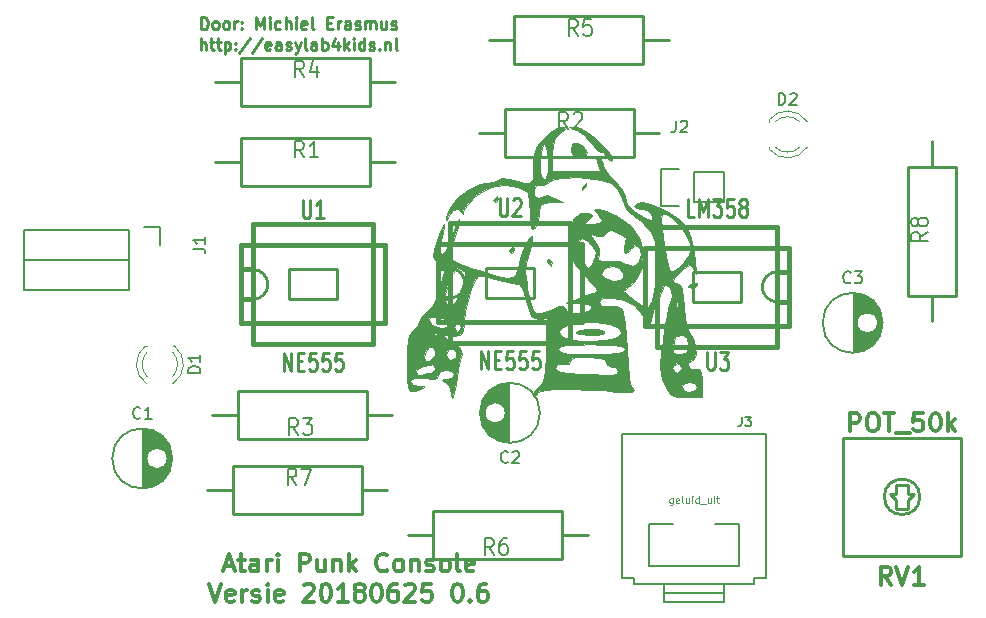
<source format=gbr>
G04 #@! TF.FileFunction,Legend,Top*
%FSLAX46Y46*%
G04 Gerber Fmt 4.6, Leading zero omitted, Abs format (unit mm)*
G04 Created by KiCad (PCBNEW 4.0.7) date 06/25/18 20:53:05*
%MOMM*%
%LPD*%
G01*
G04 APERTURE LIST*
%ADD10C,0.100000*%
%ADD11C,0.250000*%
%ADD12C,0.300000*%
%ADD13C,0.150000*%
%ADD14C,0.120000*%
%ADD15C,0.010000*%
%ADD16C,0.254000*%
%ADD17C,0.381000*%
%ADD18C,0.203200*%
%ADD19C,0.304800*%
%ADD20C,0.285750*%
%ADD21C,0.287020*%
G04 APERTURE END LIST*
D10*
D11*
X39158304Y-20964181D02*
X39158304Y-19964181D01*
X39396399Y-19964181D01*
X39539257Y-20011800D01*
X39634495Y-20107038D01*
X39682114Y-20202276D01*
X39729733Y-20392752D01*
X39729733Y-20535610D01*
X39682114Y-20726086D01*
X39634495Y-20821324D01*
X39539257Y-20916562D01*
X39396399Y-20964181D01*
X39158304Y-20964181D01*
X40301161Y-20964181D02*
X40205923Y-20916562D01*
X40158304Y-20868943D01*
X40110685Y-20773705D01*
X40110685Y-20487990D01*
X40158304Y-20392752D01*
X40205923Y-20345133D01*
X40301161Y-20297514D01*
X40444019Y-20297514D01*
X40539257Y-20345133D01*
X40586876Y-20392752D01*
X40634495Y-20487990D01*
X40634495Y-20773705D01*
X40586876Y-20868943D01*
X40539257Y-20916562D01*
X40444019Y-20964181D01*
X40301161Y-20964181D01*
X41205923Y-20964181D02*
X41110685Y-20916562D01*
X41063066Y-20868943D01*
X41015447Y-20773705D01*
X41015447Y-20487990D01*
X41063066Y-20392752D01*
X41110685Y-20345133D01*
X41205923Y-20297514D01*
X41348781Y-20297514D01*
X41444019Y-20345133D01*
X41491638Y-20392752D01*
X41539257Y-20487990D01*
X41539257Y-20773705D01*
X41491638Y-20868943D01*
X41444019Y-20916562D01*
X41348781Y-20964181D01*
X41205923Y-20964181D01*
X41967828Y-20964181D02*
X41967828Y-20297514D01*
X41967828Y-20487990D02*
X42015447Y-20392752D01*
X42063066Y-20345133D01*
X42158304Y-20297514D01*
X42253543Y-20297514D01*
X42586876Y-20868943D02*
X42634495Y-20916562D01*
X42586876Y-20964181D01*
X42539257Y-20916562D01*
X42586876Y-20868943D01*
X42586876Y-20964181D01*
X42586876Y-20345133D02*
X42634495Y-20392752D01*
X42586876Y-20440371D01*
X42539257Y-20392752D01*
X42586876Y-20345133D01*
X42586876Y-20440371D01*
X43824971Y-20964181D02*
X43824971Y-19964181D01*
X44158305Y-20678467D01*
X44491638Y-19964181D01*
X44491638Y-20964181D01*
X44967828Y-20964181D02*
X44967828Y-20297514D01*
X44967828Y-19964181D02*
X44920209Y-20011800D01*
X44967828Y-20059419D01*
X45015447Y-20011800D01*
X44967828Y-19964181D01*
X44967828Y-20059419D01*
X45872590Y-20916562D02*
X45777352Y-20964181D01*
X45586875Y-20964181D01*
X45491637Y-20916562D01*
X45444018Y-20868943D01*
X45396399Y-20773705D01*
X45396399Y-20487990D01*
X45444018Y-20392752D01*
X45491637Y-20345133D01*
X45586875Y-20297514D01*
X45777352Y-20297514D01*
X45872590Y-20345133D01*
X46301161Y-20964181D02*
X46301161Y-19964181D01*
X46729733Y-20964181D02*
X46729733Y-20440371D01*
X46682114Y-20345133D01*
X46586876Y-20297514D01*
X46444018Y-20297514D01*
X46348780Y-20345133D01*
X46301161Y-20392752D01*
X47205923Y-20964181D02*
X47205923Y-20297514D01*
X47205923Y-19964181D02*
X47158304Y-20011800D01*
X47205923Y-20059419D01*
X47253542Y-20011800D01*
X47205923Y-19964181D01*
X47205923Y-20059419D01*
X48063066Y-20916562D02*
X47967828Y-20964181D01*
X47777351Y-20964181D01*
X47682113Y-20916562D01*
X47634494Y-20821324D01*
X47634494Y-20440371D01*
X47682113Y-20345133D01*
X47777351Y-20297514D01*
X47967828Y-20297514D01*
X48063066Y-20345133D01*
X48110685Y-20440371D01*
X48110685Y-20535610D01*
X47634494Y-20630848D01*
X48682113Y-20964181D02*
X48586875Y-20916562D01*
X48539256Y-20821324D01*
X48539256Y-19964181D01*
X49824971Y-20440371D02*
X50158305Y-20440371D01*
X50301162Y-20964181D02*
X49824971Y-20964181D01*
X49824971Y-19964181D01*
X50301162Y-19964181D01*
X50729733Y-20964181D02*
X50729733Y-20297514D01*
X50729733Y-20487990D02*
X50777352Y-20392752D01*
X50824971Y-20345133D01*
X50920209Y-20297514D01*
X51015448Y-20297514D01*
X51777353Y-20964181D02*
X51777353Y-20440371D01*
X51729734Y-20345133D01*
X51634496Y-20297514D01*
X51444019Y-20297514D01*
X51348781Y-20345133D01*
X51777353Y-20916562D02*
X51682115Y-20964181D01*
X51444019Y-20964181D01*
X51348781Y-20916562D01*
X51301162Y-20821324D01*
X51301162Y-20726086D01*
X51348781Y-20630848D01*
X51444019Y-20583229D01*
X51682115Y-20583229D01*
X51777353Y-20535610D01*
X52205924Y-20916562D02*
X52301162Y-20964181D01*
X52491638Y-20964181D01*
X52586877Y-20916562D01*
X52634496Y-20821324D01*
X52634496Y-20773705D01*
X52586877Y-20678467D01*
X52491638Y-20630848D01*
X52348781Y-20630848D01*
X52253543Y-20583229D01*
X52205924Y-20487990D01*
X52205924Y-20440371D01*
X52253543Y-20345133D01*
X52348781Y-20297514D01*
X52491638Y-20297514D01*
X52586877Y-20345133D01*
X53063067Y-20964181D02*
X53063067Y-20297514D01*
X53063067Y-20392752D02*
X53110686Y-20345133D01*
X53205924Y-20297514D01*
X53348782Y-20297514D01*
X53444020Y-20345133D01*
X53491639Y-20440371D01*
X53491639Y-20964181D01*
X53491639Y-20440371D02*
X53539258Y-20345133D01*
X53634496Y-20297514D01*
X53777353Y-20297514D01*
X53872591Y-20345133D01*
X53920210Y-20440371D01*
X53920210Y-20964181D01*
X54824972Y-20297514D02*
X54824972Y-20964181D01*
X54396400Y-20297514D02*
X54396400Y-20821324D01*
X54444019Y-20916562D01*
X54539257Y-20964181D01*
X54682115Y-20964181D01*
X54777353Y-20916562D01*
X54824972Y-20868943D01*
X55253543Y-20916562D02*
X55348781Y-20964181D01*
X55539257Y-20964181D01*
X55634496Y-20916562D01*
X55682115Y-20821324D01*
X55682115Y-20773705D01*
X55634496Y-20678467D01*
X55539257Y-20630848D01*
X55396400Y-20630848D01*
X55301162Y-20583229D01*
X55253543Y-20487990D01*
X55253543Y-20440371D01*
X55301162Y-20345133D01*
X55396400Y-20297514D01*
X55539257Y-20297514D01*
X55634496Y-20345133D01*
X39110685Y-22714181D02*
X39110685Y-21714181D01*
X39539257Y-22714181D02*
X39539257Y-22190371D01*
X39491638Y-22095133D01*
X39396400Y-22047514D01*
X39253542Y-22047514D01*
X39158304Y-22095133D01*
X39110685Y-22142752D01*
X39872590Y-22047514D02*
X40253542Y-22047514D01*
X40015447Y-21714181D02*
X40015447Y-22571324D01*
X40063066Y-22666562D01*
X40158304Y-22714181D01*
X40253542Y-22714181D01*
X40444019Y-22047514D02*
X40824971Y-22047514D01*
X40586876Y-21714181D02*
X40586876Y-22571324D01*
X40634495Y-22666562D01*
X40729733Y-22714181D01*
X40824971Y-22714181D01*
X41158305Y-22047514D02*
X41158305Y-23047514D01*
X41158305Y-22095133D02*
X41253543Y-22047514D01*
X41444020Y-22047514D01*
X41539258Y-22095133D01*
X41586877Y-22142752D01*
X41634496Y-22237990D01*
X41634496Y-22523705D01*
X41586877Y-22618943D01*
X41539258Y-22666562D01*
X41444020Y-22714181D01*
X41253543Y-22714181D01*
X41158305Y-22666562D01*
X42063067Y-22618943D02*
X42110686Y-22666562D01*
X42063067Y-22714181D01*
X42015448Y-22666562D01*
X42063067Y-22618943D01*
X42063067Y-22714181D01*
X42063067Y-22095133D02*
X42110686Y-22142752D01*
X42063067Y-22190371D01*
X42015448Y-22142752D01*
X42063067Y-22095133D01*
X42063067Y-22190371D01*
X43253543Y-21666562D02*
X42396400Y-22952276D01*
X44301162Y-21666562D02*
X43444019Y-22952276D01*
X45015448Y-22666562D02*
X44920210Y-22714181D01*
X44729733Y-22714181D01*
X44634495Y-22666562D01*
X44586876Y-22571324D01*
X44586876Y-22190371D01*
X44634495Y-22095133D01*
X44729733Y-22047514D01*
X44920210Y-22047514D01*
X45015448Y-22095133D01*
X45063067Y-22190371D01*
X45063067Y-22285610D01*
X44586876Y-22380848D01*
X45920210Y-22714181D02*
X45920210Y-22190371D01*
X45872591Y-22095133D01*
X45777353Y-22047514D01*
X45586876Y-22047514D01*
X45491638Y-22095133D01*
X45920210Y-22666562D02*
X45824972Y-22714181D01*
X45586876Y-22714181D01*
X45491638Y-22666562D01*
X45444019Y-22571324D01*
X45444019Y-22476086D01*
X45491638Y-22380848D01*
X45586876Y-22333229D01*
X45824972Y-22333229D01*
X45920210Y-22285610D01*
X46348781Y-22666562D02*
X46444019Y-22714181D01*
X46634495Y-22714181D01*
X46729734Y-22666562D01*
X46777353Y-22571324D01*
X46777353Y-22523705D01*
X46729734Y-22428467D01*
X46634495Y-22380848D01*
X46491638Y-22380848D01*
X46396400Y-22333229D01*
X46348781Y-22237990D01*
X46348781Y-22190371D01*
X46396400Y-22095133D01*
X46491638Y-22047514D01*
X46634495Y-22047514D01*
X46729734Y-22095133D01*
X47110686Y-22047514D02*
X47348781Y-22714181D01*
X47586877Y-22047514D02*
X47348781Y-22714181D01*
X47253543Y-22952276D01*
X47205924Y-22999895D01*
X47110686Y-23047514D01*
X48110686Y-22714181D02*
X48015448Y-22666562D01*
X47967829Y-22571324D01*
X47967829Y-21714181D01*
X48920211Y-22714181D02*
X48920211Y-22190371D01*
X48872592Y-22095133D01*
X48777354Y-22047514D01*
X48586877Y-22047514D01*
X48491639Y-22095133D01*
X48920211Y-22666562D02*
X48824973Y-22714181D01*
X48586877Y-22714181D01*
X48491639Y-22666562D01*
X48444020Y-22571324D01*
X48444020Y-22476086D01*
X48491639Y-22380848D01*
X48586877Y-22333229D01*
X48824973Y-22333229D01*
X48920211Y-22285610D01*
X49396401Y-22714181D02*
X49396401Y-21714181D01*
X49396401Y-22095133D02*
X49491639Y-22047514D01*
X49682116Y-22047514D01*
X49777354Y-22095133D01*
X49824973Y-22142752D01*
X49872592Y-22237990D01*
X49872592Y-22523705D01*
X49824973Y-22618943D01*
X49777354Y-22666562D01*
X49682116Y-22714181D01*
X49491639Y-22714181D01*
X49396401Y-22666562D01*
X50729735Y-22047514D02*
X50729735Y-22714181D01*
X50491639Y-21666562D02*
X50253544Y-22380848D01*
X50872592Y-22380848D01*
X51253544Y-22714181D02*
X51253544Y-21714181D01*
X51348782Y-22333229D02*
X51634497Y-22714181D01*
X51634497Y-22047514D02*
X51253544Y-22428467D01*
X52063068Y-22714181D02*
X52063068Y-22047514D01*
X52063068Y-21714181D02*
X52015449Y-21761800D01*
X52063068Y-21809419D01*
X52110687Y-21761800D01*
X52063068Y-21714181D01*
X52063068Y-21809419D01*
X52967830Y-22714181D02*
X52967830Y-21714181D01*
X52967830Y-22666562D02*
X52872592Y-22714181D01*
X52682115Y-22714181D01*
X52586877Y-22666562D01*
X52539258Y-22618943D01*
X52491639Y-22523705D01*
X52491639Y-22237990D01*
X52539258Y-22142752D01*
X52586877Y-22095133D01*
X52682115Y-22047514D01*
X52872592Y-22047514D01*
X52967830Y-22095133D01*
X53396401Y-22666562D02*
X53491639Y-22714181D01*
X53682115Y-22714181D01*
X53777354Y-22666562D01*
X53824973Y-22571324D01*
X53824973Y-22523705D01*
X53777354Y-22428467D01*
X53682115Y-22380848D01*
X53539258Y-22380848D01*
X53444020Y-22333229D01*
X53396401Y-22237990D01*
X53396401Y-22190371D01*
X53444020Y-22095133D01*
X53539258Y-22047514D01*
X53682115Y-22047514D01*
X53777354Y-22095133D01*
X54253544Y-22618943D02*
X54301163Y-22666562D01*
X54253544Y-22714181D01*
X54205925Y-22666562D01*
X54253544Y-22618943D01*
X54253544Y-22714181D01*
X54729734Y-22047514D02*
X54729734Y-22714181D01*
X54729734Y-22142752D02*
X54777353Y-22095133D01*
X54872591Y-22047514D01*
X55015449Y-22047514D01*
X55110687Y-22095133D01*
X55158306Y-22190371D01*
X55158306Y-22714181D01*
X55777353Y-22714181D02*
X55682115Y-22666562D01*
X55634496Y-22571324D01*
X55634496Y-21714181D01*
D12*
X41142971Y-66437400D02*
X41857257Y-66437400D01*
X41000114Y-66865971D02*
X41500114Y-65365971D01*
X42000114Y-66865971D01*
X42285828Y-65865971D02*
X42857257Y-65865971D01*
X42500114Y-65365971D02*
X42500114Y-66651686D01*
X42571542Y-66794543D01*
X42714400Y-66865971D01*
X42857257Y-66865971D01*
X44000114Y-66865971D02*
X44000114Y-66080257D01*
X43928685Y-65937400D01*
X43785828Y-65865971D01*
X43500114Y-65865971D01*
X43357257Y-65937400D01*
X44000114Y-66794543D02*
X43857257Y-66865971D01*
X43500114Y-66865971D01*
X43357257Y-66794543D01*
X43285828Y-66651686D01*
X43285828Y-66508829D01*
X43357257Y-66365971D01*
X43500114Y-66294543D01*
X43857257Y-66294543D01*
X44000114Y-66223114D01*
X44714400Y-66865971D02*
X44714400Y-65865971D01*
X44714400Y-66151686D02*
X44785828Y-66008829D01*
X44857257Y-65937400D01*
X45000114Y-65865971D01*
X45142971Y-65865971D01*
X45642971Y-66865971D02*
X45642971Y-65865971D01*
X45642971Y-65365971D02*
X45571542Y-65437400D01*
X45642971Y-65508829D01*
X45714399Y-65437400D01*
X45642971Y-65365971D01*
X45642971Y-65508829D01*
X47500114Y-66865971D02*
X47500114Y-65365971D01*
X48071542Y-65365971D01*
X48214400Y-65437400D01*
X48285828Y-65508829D01*
X48357257Y-65651686D01*
X48357257Y-65865971D01*
X48285828Y-66008829D01*
X48214400Y-66080257D01*
X48071542Y-66151686D01*
X47500114Y-66151686D01*
X49642971Y-65865971D02*
X49642971Y-66865971D01*
X49000114Y-65865971D02*
X49000114Y-66651686D01*
X49071542Y-66794543D01*
X49214400Y-66865971D01*
X49428685Y-66865971D01*
X49571542Y-66794543D01*
X49642971Y-66723114D01*
X50357257Y-65865971D02*
X50357257Y-66865971D01*
X50357257Y-66008829D02*
X50428685Y-65937400D01*
X50571543Y-65865971D01*
X50785828Y-65865971D01*
X50928685Y-65937400D01*
X51000114Y-66080257D01*
X51000114Y-66865971D01*
X51714400Y-66865971D02*
X51714400Y-65365971D01*
X51857257Y-66294543D02*
X52285828Y-66865971D01*
X52285828Y-65865971D02*
X51714400Y-66437400D01*
X54928686Y-66723114D02*
X54857257Y-66794543D01*
X54642971Y-66865971D01*
X54500114Y-66865971D01*
X54285829Y-66794543D01*
X54142971Y-66651686D01*
X54071543Y-66508829D01*
X54000114Y-66223114D01*
X54000114Y-66008829D01*
X54071543Y-65723114D01*
X54142971Y-65580257D01*
X54285829Y-65437400D01*
X54500114Y-65365971D01*
X54642971Y-65365971D01*
X54857257Y-65437400D01*
X54928686Y-65508829D01*
X55785829Y-66865971D02*
X55642971Y-66794543D01*
X55571543Y-66723114D01*
X55500114Y-66580257D01*
X55500114Y-66151686D01*
X55571543Y-66008829D01*
X55642971Y-65937400D01*
X55785829Y-65865971D01*
X56000114Y-65865971D01*
X56142971Y-65937400D01*
X56214400Y-66008829D01*
X56285829Y-66151686D01*
X56285829Y-66580257D01*
X56214400Y-66723114D01*
X56142971Y-66794543D01*
X56000114Y-66865971D01*
X55785829Y-66865971D01*
X56928686Y-65865971D02*
X56928686Y-66865971D01*
X56928686Y-66008829D02*
X57000114Y-65937400D01*
X57142972Y-65865971D01*
X57357257Y-65865971D01*
X57500114Y-65937400D01*
X57571543Y-66080257D01*
X57571543Y-66865971D01*
X58214400Y-66794543D02*
X58357257Y-66865971D01*
X58642972Y-66865971D01*
X58785829Y-66794543D01*
X58857257Y-66651686D01*
X58857257Y-66580257D01*
X58785829Y-66437400D01*
X58642972Y-66365971D01*
X58428686Y-66365971D01*
X58285829Y-66294543D01*
X58214400Y-66151686D01*
X58214400Y-66080257D01*
X58285829Y-65937400D01*
X58428686Y-65865971D01*
X58642972Y-65865971D01*
X58785829Y-65937400D01*
X59714401Y-66865971D02*
X59571543Y-66794543D01*
X59500115Y-66723114D01*
X59428686Y-66580257D01*
X59428686Y-66151686D01*
X59500115Y-66008829D01*
X59571543Y-65937400D01*
X59714401Y-65865971D01*
X59928686Y-65865971D01*
X60071543Y-65937400D01*
X60142972Y-66008829D01*
X60214401Y-66151686D01*
X60214401Y-66580257D01*
X60142972Y-66723114D01*
X60071543Y-66794543D01*
X59928686Y-66865971D01*
X59714401Y-66865971D01*
X61071544Y-66865971D02*
X60928686Y-66794543D01*
X60857258Y-66651686D01*
X60857258Y-65365971D01*
X62214400Y-66794543D02*
X62071543Y-66865971D01*
X61785829Y-66865971D01*
X61642972Y-66794543D01*
X61571543Y-66651686D01*
X61571543Y-66080257D01*
X61642972Y-65937400D01*
X61785829Y-65865971D01*
X62071543Y-65865971D01*
X62214400Y-65937400D01*
X62285829Y-66080257D01*
X62285829Y-66223114D01*
X61571543Y-66365971D01*
X39857260Y-67915971D02*
X40357260Y-69415971D01*
X40857260Y-67915971D01*
X41928688Y-69344543D02*
X41785831Y-69415971D01*
X41500117Y-69415971D01*
X41357260Y-69344543D01*
X41285831Y-69201686D01*
X41285831Y-68630257D01*
X41357260Y-68487400D01*
X41500117Y-68415971D01*
X41785831Y-68415971D01*
X41928688Y-68487400D01*
X42000117Y-68630257D01*
X42000117Y-68773114D01*
X41285831Y-68915971D01*
X42642974Y-69415971D02*
X42642974Y-68415971D01*
X42642974Y-68701686D02*
X42714402Y-68558829D01*
X42785831Y-68487400D01*
X42928688Y-68415971D01*
X43071545Y-68415971D01*
X43500116Y-69344543D02*
X43642973Y-69415971D01*
X43928688Y-69415971D01*
X44071545Y-69344543D01*
X44142973Y-69201686D01*
X44142973Y-69130257D01*
X44071545Y-68987400D01*
X43928688Y-68915971D01*
X43714402Y-68915971D01*
X43571545Y-68844543D01*
X43500116Y-68701686D01*
X43500116Y-68630257D01*
X43571545Y-68487400D01*
X43714402Y-68415971D01*
X43928688Y-68415971D01*
X44071545Y-68487400D01*
X44785831Y-69415971D02*
X44785831Y-68415971D01*
X44785831Y-67915971D02*
X44714402Y-67987400D01*
X44785831Y-68058829D01*
X44857259Y-67987400D01*
X44785831Y-67915971D01*
X44785831Y-68058829D01*
X46071545Y-69344543D02*
X45928688Y-69415971D01*
X45642974Y-69415971D01*
X45500117Y-69344543D01*
X45428688Y-69201686D01*
X45428688Y-68630257D01*
X45500117Y-68487400D01*
X45642974Y-68415971D01*
X45928688Y-68415971D01*
X46071545Y-68487400D01*
X46142974Y-68630257D01*
X46142974Y-68773114D01*
X45428688Y-68915971D01*
X47857259Y-68058829D02*
X47928688Y-67987400D01*
X48071545Y-67915971D01*
X48428688Y-67915971D01*
X48571545Y-67987400D01*
X48642974Y-68058829D01*
X48714402Y-68201686D01*
X48714402Y-68344543D01*
X48642974Y-68558829D01*
X47785831Y-69415971D01*
X48714402Y-69415971D01*
X49642973Y-67915971D02*
X49785830Y-67915971D01*
X49928687Y-67987400D01*
X50000116Y-68058829D01*
X50071545Y-68201686D01*
X50142973Y-68487400D01*
X50142973Y-68844543D01*
X50071545Y-69130257D01*
X50000116Y-69273114D01*
X49928687Y-69344543D01*
X49785830Y-69415971D01*
X49642973Y-69415971D01*
X49500116Y-69344543D01*
X49428687Y-69273114D01*
X49357259Y-69130257D01*
X49285830Y-68844543D01*
X49285830Y-68487400D01*
X49357259Y-68201686D01*
X49428687Y-68058829D01*
X49500116Y-67987400D01*
X49642973Y-67915971D01*
X51571544Y-69415971D02*
X50714401Y-69415971D01*
X51142973Y-69415971D02*
X51142973Y-67915971D01*
X51000116Y-68130257D01*
X50857258Y-68273114D01*
X50714401Y-68344543D01*
X52428687Y-68558829D02*
X52285829Y-68487400D01*
X52214401Y-68415971D01*
X52142972Y-68273114D01*
X52142972Y-68201686D01*
X52214401Y-68058829D01*
X52285829Y-67987400D01*
X52428687Y-67915971D01*
X52714401Y-67915971D01*
X52857258Y-67987400D01*
X52928687Y-68058829D01*
X53000115Y-68201686D01*
X53000115Y-68273114D01*
X52928687Y-68415971D01*
X52857258Y-68487400D01*
X52714401Y-68558829D01*
X52428687Y-68558829D01*
X52285829Y-68630257D01*
X52214401Y-68701686D01*
X52142972Y-68844543D01*
X52142972Y-69130257D01*
X52214401Y-69273114D01*
X52285829Y-69344543D01*
X52428687Y-69415971D01*
X52714401Y-69415971D01*
X52857258Y-69344543D01*
X52928687Y-69273114D01*
X53000115Y-69130257D01*
X53000115Y-68844543D01*
X52928687Y-68701686D01*
X52857258Y-68630257D01*
X52714401Y-68558829D01*
X53928686Y-67915971D02*
X54071543Y-67915971D01*
X54214400Y-67987400D01*
X54285829Y-68058829D01*
X54357258Y-68201686D01*
X54428686Y-68487400D01*
X54428686Y-68844543D01*
X54357258Y-69130257D01*
X54285829Y-69273114D01*
X54214400Y-69344543D01*
X54071543Y-69415971D01*
X53928686Y-69415971D01*
X53785829Y-69344543D01*
X53714400Y-69273114D01*
X53642972Y-69130257D01*
X53571543Y-68844543D01*
X53571543Y-68487400D01*
X53642972Y-68201686D01*
X53714400Y-68058829D01*
X53785829Y-67987400D01*
X53928686Y-67915971D01*
X55714400Y-67915971D02*
X55428686Y-67915971D01*
X55285829Y-67987400D01*
X55214400Y-68058829D01*
X55071543Y-68273114D01*
X55000114Y-68558829D01*
X55000114Y-69130257D01*
X55071543Y-69273114D01*
X55142971Y-69344543D01*
X55285829Y-69415971D01*
X55571543Y-69415971D01*
X55714400Y-69344543D01*
X55785829Y-69273114D01*
X55857257Y-69130257D01*
X55857257Y-68773114D01*
X55785829Y-68630257D01*
X55714400Y-68558829D01*
X55571543Y-68487400D01*
X55285829Y-68487400D01*
X55142971Y-68558829D01*
X55071543Y-68630257D01*
X55000114Y-68773114D01*
X56428685Y-68058829D02*
X56500114Y-67987400D01*
X56642971Y-67915971D01*
X57000114Y-67915971D01*
X57142971Y-67987400D01*
X57214400Y-68058829D01*
X57285828Y-68201686D01*
X57285828Y-68344543D01*
X57214400Y-68558829D01*
X56357257Y-69415971D01*
X57285828Y-69415971D01*
X58642971Y-67915971D02*
X57928685Y-67915971D01*
X57857256Y-68630257D01*
X57928685Y-68558829D01*
X58071542Y-68487400D01*
X58428685Y-68487400D01*
X58571542Y-68558829D01*
X58642971Y-68630257D01*
X58714399Y-68773114D01*
X58714399Y-69130257D01*
X58642971Y-69273114D01*
X58571542Y-69344543D01*
X58428685Y-69415971D01*
X58071542Y-69415971D01*
X57928685Y-69344543D01*
X57857256Y-69273114D01*
X60785827Y-67915971D02*
X60928684Y-67915971D01*
X61071541Y-67987400D01*
X61142970Y-68058829D01*
X61214399Y-68201686D01*
X61285827Y-68487400D01*
X61285827Y-68844543D01*
X61214399Y-69130257D01*
X61142970Y-69273114D01*
X61071541Y-69344543D01*
X60928684Y-69415971D01*
X60785827Y-69415971D01*
X60642970Y-69344543D01*
X60571541Y-69273114D01*
X60500113Y-69130257D01*
X60428684Y-68844543D01*
X60428684Y-68487400D01*
X60500113Y-68201686D01*
X60571541Y-68058829D01*
X60642970Y-67987400D01*
X60785827Y-67915971D01*
X61928684Y-69273114D02*
X62000112Y-69344543D01*
X61928684Y-69415971D01*
X61857255Y-69344543D01*
X61928684Y-69273114D01*
X61928684Y-69415971D01*
X63285827Y-67915971D02*
X63000113Y-67915971D01*
X62857256Y-67987400D01*
X62785827Y-68058829D01*
X62642970Y-68273114D01*
X62571541Y-68558829D01*
X62571541Y-69130257D01*
X62642970Y-69273114D01*
X62714398Y-69344543D01*
X62857256Y-69415971D01*
X63142970Y-69415971D01*
X63285827Y-69344543D01*
X63357256Y-69273114D01*
X63428684Y-69130257D01*
X63428684Y-68773114D01*
X63357256Y-68630257D01*
X63285827Y-68558829D01*
X63142970Y-68487400D01*
X62857256Y-68487400D01*
X62714398Y-68558829D01*
X62642970Y-68630257D01*
X62571541Y-68773114D01*
D13*
X34243400Y-54803400D02*
X34243400Y-59801400D01*
X34383400Y-54811400D02*
X34383400Y-59793400D01*
X34523400Y-54827400D02*
X34523400Y-57207400D01*
X34523400Y-57397400D02*
X34523400Y-59777400D01*
X34663400Y-54851400D02*
X34663400Y-56812400D01*
X34663400Y-57792400D02*
X34663400Y-59753400D01*
X34803400Y-54884400D02*
X34803400Y-56645400D01*
X34803400Y-57959400D02*
X34803400Y-59720400D01*
X34943400Y-54925400D02*
X34943400Y-56538400D01*
X34943400Y-58066400D02*
X34943400Y-59679400D01*
X35083400Y-54975400D02*
X35083400Y-56467400D01*
X35083400Y-58137400D02*
X35083400Y-59629400D01*
X35223400Y-55036400D02*
X35223400Y-56423400D01*
X35223400Y-58181400D02*
X35223400Y-59568400D01*
X35363400Y-55106400D02*
X35363400Y-56404400D01*
X35363400Y-58200400D02*
X35363400Y-59498400D01*
X35503400Y-55188400D02*
X35503400Y-56406400D01*
X35503400Y-58198400D02*
X35503400Y-59416400D01*
X35643400Y-55283400D02*
X35643400Y-56431400D01*
X35643400Y-58173400D02*
X35643400Y-59321400D01*
X35783400Y-55394400D02*
X35783400Y-56479400D01*
X35783400Y-58125400D02*
X35783400Y-59210400D01*
X35923400Y-55522400D02*
X35923400Y-56557400D01*
X35923400Y-58047400D02*
X35923400Y-59082400D01*
X36063400Y-55671400D02*
X36063400Y-56674400D01*
X36063400Y-57930400D02*
X36063400Y-58933400D01*
X36203400Y-55850400D02*
X36203400Y-56862400D01*
X36203400Y-57742400D02*
X36203400Y-58754400D01*
X36343400Y-56069400D02*
X36343400Y-58535400D01*
X36483400Y-56358400D02*
X36483400Y-58246400D01*
X36623400Y-56830400D02*
X36623400Y-57774400D01*
X36318400Y-57302400D02*
G75*
G03X36318400Y-57302400I-900000J0D01*
G01*
X36705900Y-57302400D02*
G75*
G03X36705900Y-57302400I-2537500J0D01*
G01*
X65223000Y-55940600D02*
X65223000Y-50942600D01*
X65083000Y-55932600D02*
X65083000Y-50950600D01*
X64943000Y-55916600D02*
X64943000Y-53536600D01*
X64943000Y-53346600D02*
X64943000Y-50966600D01*
X64803000Y-55892600D02*
X64803000Y-53931600D01*
X64803000Y-52951600D02*
X64803000Y-50990600D01*
X64663000Y-55859600D02*
X64663000Y-54098600D01*
X64663000Y-52784600D02*
X64663000Y-51023600D01*
X64523000Y-55818600D02*
X64523000Y-54205600D01*
X64523000Y-52677600D02*
X64523000Y-51064600D01*
X64383000Y-55768600D02*
X64383000Y-54276600D01*
X64383000Y-52606600D02*
X64383000Y-51114600D01*
X64243000Y-55707600D02*
X64243000Y-54320600D01*
X64243000Y-52562600D02*
X64243000Y-51175600D01*
X64103000Y-55637600D02*
X64103000Y-54339600D01*
X64103000Y-52543600D02*
X64103000Y-51245600D01*
X63963000Y-55555600D02*
X63963000Y-54337600D01*
X63963000Y-52545600D02*
X63963000Y-51327600D01*
X63823000Y-55460600D02*
X63823000Y-54312600D01*
X63823000Y-52570600D02*
X63823000Y-51422600D01*
X63683000Y-55349600D02*
X63683000Y-54264600D01*
X63683000Y-52618600D02*
X63683000Y-51533600D01*
X63543000Y-55221600D02*
X63543000Y-54186600D01*
X63543000Y-52696600D02*
X63543000Y-51661600D01*
X63403000Y-55072600D02*
X63403000Y-54069600D01*
X63403000Y-52813600D02*
X63403000Y-51810600D01*
X63263000Y-54893600D02*
X63263000Y-53881600D01*
X63263000Y-53001600D02*
X63263000Y-51989600D01*
X63123000Y-54674600D02*
X63123000Y-52208600D01*
X62983000Y-54385600D02*
X62983000Y-52497600D01*
X62843000Y-53913600D02*
X62843000Y-52969600D01*
X64948000Y-53441600D02*
G75*
G03X64948000Y-53441600I-900000J0D01*
G01*
X67835500Y-53441600D02*
G75*
G03X67835500Y-53441600I-2537500J0D01*
G01*
X94390600Y-43322600D02*
X94390600Y-48320600D01*
X94530600Y-43330600D02*
X94530600Y-48312600D01*
X94670600Y-43346600D02*
X94670600Y-45726600D01*
X94670600Y-45916600D02*
X94670600Y-48296600D01*
X94810600Y-43370600D02*
X94810600Y-45331600D01*
X94810600Y-46311600D02*
X94810600Y-48272600D01*
X94950600Y-43403600D02*
X94950600Y-45164600D01*
X94950600Y-46478600D02*
X94950600Y-48239600D01*
X95090600Y-43444600D02*
X95090600Y-45057600D01*
X95090600Y-46585600D02*
X95090600Y-48198600D01*
X95230600Y-43494600D02*
X95230600Y-44986600D01*
X95230600Y-46656600D02*
X95230600Y-48148600D01*
X95370600Y-43555600D02*
X95370600Y-44942600D01*
X95370600Y-46700600D02*
X95370600Y-48087600D01*
X95510600Y-43625600D02*
X95510600Y-44923600D01*
X95510600Y-46719600D02*
X95510600Y-48017600D01*
X95650600Y-43707600D02*
X95650600Y-44925600D01*
X95650600Y-46717600D02*
X95650600Y-47935600D01*
X95790600Y-43802600D02*
X95790600Y-44950600D01*
X95790600Y-46692600D02*
X95790600Y-47840600D01*
X95930600Y-43913600D02*
X95930600Y-44998600D01*
X95930600Y-46644600D02*
X95930600Y-47729600D01*
X96070600Y-44041600D02*
X96070600Y-45076600D01*
X96070600Y-46566600D02*
X96070600Y-47601600D01*
X96210600Y-44190600D02*
X96210600Y-45193600D01*
X96210600Y-46449600D02*
X96210600Y-47452600D01*
X96350600Y-44369600D02*
X96350600Y-45381600D01*
X96350600Y-46261600D02*
X96350600Y-47273600D01*
X96490600Y-44588600D02*
X96490600Y-47054600D01*
X96630600Y-44877600D02*
X96630600Y-46765600D01*
X96770600Y-45349600D02*
X96770600Y-46293600D01*
X96465600Y-45821600D02*
G75*
G03X96465600Y-45821600I-900000J0D01*
G01*
X96853100Y-45821600D02*
G75*
G03X96853100Y-45821600I-2537500J0D01*
G01*
D14*
X36740208Y-50999135D02*
G75*
G03X36897116Y-47766800I-1078608J1672335D01*
G01*
X34582992Y-50999135D02*
G75*
G02X34426084Y-47766800I1078608J1672335D01*
G01*
X36741437Y-50367930D02*
G75*
G03X36741600Y-48285839I-1079837J1041130D01*
G01*
X34581763Y-50367930D02*
G75*
G02X34581600Y-48285839I1079837J1041130D01*
G01*
X36897600Y-47766800D02*
X36741600Y-47766800D01*
X34581600Y-47766800D02*
X34425600Y-47766800D01*
X90470735Y-28791792D02*
G75*
G03X87238400Y-28634884I-1672335J-1078608D01*
G01*
X90470735Y-30949008D02*
G75*
G02X87238400Y-31105916I-1672335J1078608D01*
G01*
X89839530Y-28790563D02*
G75*
G03X87757439Y-28790400I-1041130J-1079837D01*
G01*
X89839530Y-30950237D02*
G75*
G02X87757439Y-30950400I-1041130J1079837D01*
G01*
X87238400Y-28634400D02*
X87238400Y-28790400D01*
X87238400Y-30950400D02*
X87238400Y-31106400D01*
D13*
X24190000Y-43027600D02*
X33020000Y-43027600D01*
X24190000Y-40487600D02*
X24190000Y-43027600D01*
X33020000Y-40487600D02*
X24190000Y-40487600D01*
X33020000Y-40487600D02*
X33020000Y-43027600D01*
X33020000Y-37947600D02*
X33020000Y-40487600D01*
X35690000Y-39217600D02*
X35690000Y-37667600D01*
X35690000Y-37667600D02*
X34290000Y-37667600D01*
X33020000Y-37947600D02*
X24190000Y-37947600D01*
X24190000Y-37947600D02*
X24190000Y-40487600D01*
X24190000Y-40487600D02*
X33020000Y-40487600D01*
X78104400Y-35890800D02*
X79654400Y-35890800D01*
X83464400Y-35610800D02*
X80924400Y-35610800D01*
X80924400Y-35610800D02*
X80924400Y-33070800D01*
X79654400Y-32790800D02*
X78104400Y-32790800D01*
X78104400Y-32790800D02*
X78104400Y-35890800D01*
X80924400Y-33070800D02*
X83464400Y-33070800D01*
X83464400Y-33070800D02*
X83464400Y-35610800D01*
X82651600Y-62839600D02*
X84683600Y-62839600D01*
X84683600Y-62839600D02*
X84683600Y-66395600D01*
X84683600Y-66395600D02*
X77063600Y-66395600D01*
X77063600Y-66395600D02*
X77063600Y-62839600D01*
X77063600Y-62839600D02*
X79095600Y-62839600D01*
X85953600Y-67411600D02*
X86969600Y-67411600D01*
X74777600Y-67411600D02*
X75793600Y-67411600D01*
X83413600Y-69443600D02*
X83413600Y-67919600D01*
X78333600Y-67919600D02*
X78333600Y-69443600D01*
X83413600Y-68681600D02*
X78333600Y-68681600D01*
X85953600Y-67411600D02*
X85953600Y-67665600D01*
X85953600Y-67665600D02*
X85953600Y-67919600D01*
X85953600Y-67919600D02*
X75793600Y-67919600D01*
X75793600Y-67919600D02*
X75793600Y-67411600D01*
X83413600Y-69443600D02*
X78333600Y-69443600D01*
X86969600Y-55219600D02*
X86969600Y-67411600D01*
X74777600Y-67411600D02*
X74777600Y-55219600D01*
X74777600Y-55219600D02*
X86969600Y-55219600D01*
D15*
G36*
X70060327Y-29226704D02*
X70063422Y-29353583D01*
X69665292Y-29691083D01*
X69575910Y-29761469D01*
X69132374Y-30205249D01*
X68924039Y-30752876D01*
X68871442Y-31615458D01*
X68871432Y-31633048D01*
X68871432Y-32950485D01*
X72892146Y-32950485D01*
X72712050Y-32232925D01*
X72618606Y-31755959D01*
X72733292Y-31718420D01*
X72946262Y-31898715D01*
X73221776Y-32301480D01*
X73219278Y-32514774D01*
X73316533Y-32812535D01*
X73721245Y-33314182D01*
X74049446Y-33637458D01*
X74726123Y-34407849D01*
X75015827Y-35088793D01*
X75020906Y-35173123D01*
X75225426Y-35773249D01*
X75877924Y-36406585D01*
X76095222Y-36563314D01*
X76869027Y-37040724D01*
X77282328Y-37142151D01*
X77322535Y-36989087D01*
X78108151Y-36989087D01*
X78163997Y-37717696D01*
X78279903Y-38660288D01*
X78432979Y-39661777D01*
X78600336Y-40567075D01*
X78759084Y-41221095D01*
X78844401Y-41434345D01*
X79118406Y-41468828D01*
X79549543Y-41171162D01*
X80021945Y-40668996D01*
X80419747Y-40089980D01*
X80627080Y-39561765D01*
X80635642Y-39460938D01*
X80488636Y-38873172D01*
X80110855Y-38184556D01*
X79597156Y-37502503D01*
X79042395Y-36934426D01*
X78541428Y-36587740D01*
X78189113Y-36569857D01*
X78135255Y-36629549D01*
X78108151Y-36989087D01*
X77322535Y-36989087D01*
X77354299Y-36868165D01*
X77271225Y-36598226D01*
X76901148Y-36256468D01*
X76462826Y-36158906D01*
X75974212Y-36063668D01*
X75823011Y-35891537D01*
X76036584Y-35640305D01*
X76597848Y-35624574D01*
X77387624Y-35819128D01*
X78286729Y-36198752D01*
X78882918Y-36538935D01*
X79730951Y-37153695D01*
X80302006Y-37797773D01*
X80666262Y-38608965D01*
X80893894Y-39725069D01*
X81004176Y-40704169D01*
X81055043Y-41399849D01*
X81047608Y-41721622D01*
X80996725Y-41639958D01*
X80757313Y-41047605D01*
X80434134Y-40925647D01*
X79941453Y-41265808D01*
X79692387Y-41514067D01*
X79224672Y-42029353D01*
X79106457Y-42293357D01*
X79305240Y-42428990D01*
X79440149Y-42467937D01*
X79731560Y-42622418D01*
X79903918Y-42975176D01*
X79996063Y-43651072D01*
X80033322Y-44374930D01*
X80125815Y-45416101D01*
X80298659Y-46217045D01*
X80465045Y-46564402D01*
X80773614Y-47111120D01*
X80964833Y-47800195D01*
X81017822Y-48455243D01*
X80911698Y-48899887D01*
X80752517Y-48992590D01*
X80416565Y-49208265D01*
X80368274Y-49410449D01*
X80570977Y-49727375D01*
X80969853Y-49744659D01*
X81340528Y-49745913D01*
X81516819Y-49973849D01*
X81569273Y-50559753D01*
X81571432Y-50864169D01*
X81571432Y-52067327D01*
X80234590Y-52103114D01*
X79429913Y-52100944D01*
X78967737Y-51967646D01*
X78656387Y-51596546D01*
X78490663Y-51265221D01*
X79833537Y-51265221D01*
X80065961Y-51587779D01*
X80501958Y-51666274D01*
X81039554Y-51526820D01*
X81170379Y-51265221D01*
X80937955Y-50942664D01*
X80501958Y-50864169D01*
X79964363Y-51003623D01*
X79833537Y-51265221D01*
X78490663Y-51265221D01*
X78398706Y-51081377D01*
X78170801Y-50541525D01*
X78049211Y-50026853D01*
X78036343Y-49661011D01*
X79031432Y-49661011D01*
X79245451Y-50015480D01*
X79432485Y-50062063D01*
X79786953Y-49848044D01*
X79833537Y-49661011D01*
X79619518Y-49306542D01*
X79432485Y-49259958D01*
X79078016Y-49473978D01*
X79031432Y-49661011D01*
X78036343Y-49661011D01*
X78026915Y-49392998D01*
X78096890Y-48495600D01*
X78120130Y-48297826D01*
X79092668Y-48297826D01*
X79403371Y-48447952D01*
X79668669Y-48457853D01*
X80167226Y-48377305D01*
X80350142Y-48025814D01*
X80368274Y-47655748D01*
X80284241Y-47068632D01*
X79971573Y-46861917D01*
X79833537Y-46853642D01*
X79396927Y-46937937D01*
X79295149Y-47054169D01*
X79229165Y-47448430D01*
X79130282Y-47856274D01*
X79092668Y-48297826D01*
X78120130Y-48297826D01*
X78221391Y-47436116D01*
X78384891Y-46269772D01*
X78558825Y-45270135D01*
X78716677Y-44580207D01*
X78787275Y-44384112D01*
X78809015Y-44313642D01*
X79350923Y-44313642D01*
X79379823Y-44770261D01*
X79463522Y-44810462D01*
X79474177Y-44786626D01*
X79527068Y-44255850D01*
X79484084Y-43984520D01*
X79398976Y-43875487D01*
X79352687Y-44230614D01*
X79350923Y-44313642D01*
X78809015Y-44313642D01*
X79006377Y-43673922D01*
X78967262Y-43025451D01*
X78746275Y-42698438D01*
X78360555Y-42648669D01*
X78146722Y-43096898D01*
X78130703Y-43192697D01*
X77915174Y-43752155D01*
X77780587Y-43952459D01*
X77523606Y-44456937D01*
X77303830Y-45179335D01*
X77297390Y-45208894D01*
X77105811Y-46104145D01*
X76610859Y-45290263D01*
X75764438Y-44308283D01*
X74668562Y-43786130D01*
X73884590Y-43676966D01*
X73197749Y-43701163D01*
X72911882Y-43894545D01*
X72881958Y-44068245D01*
X73011667Y-44369053D01*
X73483049Y-44415061D01*
X73689138Y-44389550D01*
X74383745Y-44409568D01*
X74779919Y-44612800D01*
X74905053Y-45004184D01*
X75030664Y-45808954D01*
X75141394Y-46905992D01*
X75216075Y-48052080D01*
X75294693Y-49284297D01*
X75393921Y-50309492D01*
X75500679Y-51016141D01*
X75595820Y-51290053D01*
X75846442Y-51547249D01*
X75610488Y-51686505D01*
X74925072Y-51698021D01*
X74285642Y-51636082D01*
X73282653Y-51543874D01*
X71984919Y-51469629D01*
X70632409Y-51426230D01*
X70288402Y-51421467D01*
X69090534Y-51425509D01*
X68317388Y-51476044D01*
X67859717Y-51590875D01*
X67608278Y-51787808D01*
X67556006Y-51866800D01*
X67335876Y-52125925D01*
X67275352Y-51976500D01*
X67456885Y-51544476D01*
X67793592Y-51174394D01*
X68040380Y-50897609D01*
X68200677Y-50492369D01*
X68295113Y-49845155D01*
X68306231Y-49618595D01*
X69138800Y-49618595D01*
X69240156Y-49841916D01*
X69608646Y-49988002D01*
X70340900Y-50080733D01*
X71210906Y-50130695D01*
X72292223Y-50181705D01*
X73229297Y-50232037D01*
X73838989Y-50271763D01*
X73884590Y-50275626D01*
X74379795Y-50173579D01*
X74486169Y-49928379D01*
X74263265Y-49601764D01*
X73951432Y-49527327D01*
X73515945Y-49360149D01*
X73416695Y-49126274D01*
X73292994Y-48892871D01*
X72854731Y-48767857D01*
X72001165Y-48725915D01*
X71820876Y-48725221D01*
X70914935Y-48752399D01*
X70453790Y-48848704D01*
X70349568Y-49036299D01*
X70365866Y-49092164D01*
X70333778Y-49341929D01*
X69892807Y-49341128D01*
X69822737Y-49328363D01*
X69294939Y-49321780D01*
X69138811Y-49614483D01*
X69138800Y-49618595D01*
X68306231Y-49618595D01*
X68344321Y-48842449D01*
X68360216Y-48056800D01*
X69406169Y-48056800D01*
X69492236Y-48239943D01*
X69807986Y-48359082D01*
X70439742Y-48426550D01*
X71473824Y-48454679D01*
X72213537Y-48457853D01*
X73495536Y-48445558D01*
X74329512Y-48400450D01*
X74801787Y-48310200D01*
X74998685Y-48162474D01*
X75020906Y-48056800D01*
X74934838Y-47873658D01*
X74619088Y-47754518D01*
X73987332Y-47687050D01*
X72953250Y-47658922D01*
X72213537Y-47655748D01*
X70931539Y-47668043D01*
X70097563Y-47713150D01*
X69625287Y-47803401D01*
X69428389Y-47951127D01*
X69406169Y-48056800D01*
X68360216Y-48056800D01*
X68383551Y-46506804D01*
X69431456Y-46506804D01*
X69497792Y-46745706D01*
X69791481Y-46987327D01*
X70494345Y-47261316D01*
X71680010Y-47382548D01*
X72079853Y-47388379D01*
X73390812Y-47309433D01*
X74227428Y-47076246D01*
X74368225Y-46987327D01*
X74728249Y-46665744D01*
X74661914Y-46426842D01*
X74368225Y-46185221D01*
X73665361Y-45911231D01*
X72479696Y-45790000D01*
X72079853Y-45784169D01*
X70768894Y-45863115D01*
X69932278Y-46096302D01*
X69791481Y-46185221D01*
X69431456Y-46506804D01*
X68383551Y-46506804D01*
X68400469Y-45383116D01*
X67732151Y-45455063D01*
X67346024Y-45446419D01*
X67090139Y-45239865D01*
X66882193Y-44719065D01*
X66691797Y-43984537D01*
X66392590Y-43003033D01*
X66096538Y-42549270D01*
X65959098Y-42519668D01*
X65511483Y-42484434D01*
X64767563Y-42308721D01*
X64283937Y-42160668D01*
X63462476Y-41935739D01*
X62816159Y-41843409D01*
X62602431Y-41864897D01*
X62314246Y-42203900D01*
X62001731Y-42917514D01*
X61711845Y-43850387D01*
X61491546Y-44847168D01*
X61387791Y-45752504D01*
X61385116Y-45892161D01*
X61319209Y-46514709D01*
X61043634Y-46833198D01*
X60441608Y-46919711D01*
X59780906Y-46882364D01*
X59737550Y-46977896D01*
X60081057Y-47259721D01*
X60381861Y-47452264D01*
X61074690Y-47982811D01*
X61240876Y-48420714D01*
X61229135Y-48457853D01*
X61104188Y-48927972D01*
X60940588Y-49730517D01*
X60813193Y-50456349D01*
X60628543Y-51456661D01*
X60474564Y-52046233D01*
X60365842Y-52187903D01*
X60316962Y-51844505D01*
X60315642Y-51724121D01*
X60112154Y-51139298D01*
X59847748Y-50885585D01*
X59557602Y-50679901D01*
X59747206Y-50611838D01*
X59981432Y-50604931D01*
X60466742Y-50445743D01*
X60583011Y-50195748D01*
X60350587Y-49873190D01*
X59914590Y-49794695D01*
X59367152Y-49941870D01*
X59246169Y-50230520D01*
X59152903Y-50493399D01*
X58788425Y-50582252D01*
X58043011Y-50530731D01*
X57263539Y-50485888D01*
X56900507Y-50594664D01*
X56839853Y-50763327D01*
X57076417Y-51050902D01*
X57575116Y-51150329D01*
X58050697Y-51182824D01*
X58033900Y-51277626D01*
X57775642Y-51398906D01*
X57226383Y-51602645D01*
X56875803Y-51592192D01*
X56679555Y-51290231D01*
X56593290Y-50619449D01*
X56581054Y-49956985D01*
X57374590Y-49956985D01*
X57534044Y-50258958D01*
X57797510Y-50224353D01*
X58399809Y-50077321D01*
X58599615Y-50062063D01*
X58928574Y-49845442D01*
X58978800Y-49632405D01*
X58819346Y-49330432D01*
X58555880Y-49365037D01*
X57953581Y-49512069D01*
X57753775Y-49527327D01*
X57424816Y-49743948D01*
X57374590Y-49956985D01*
X56581054Y-49956985D01*
X56572660Y-49502532D01*
X56572485Y-49301397D01*
X56580227Y-48751781D01*
X58005291Y-48751781D01*
X58122376Y-49087657D01*
X58461074Y-49070438D01*
X58601551Y-48972835D01*
X58921301Y-48535326D01*
X59868402Y-48535326D01*
X60063413Y-48908012D01*
X60315642Y-48992590D01*
X60658553Y-48797829D01*
X60731093Y-48701925D01*
X60762327Y-48294168D01*
X60479445Y-48020600D01*
X60091439Y-48053633D01*
X60018097Y-48113714D01*
X59868402Y-48535326D01*
X58921301Y-48535326D01*
X58927389Y-48526997D01*
X58978800Y-48307210D01*
X58827087Y-47866375D01*
X58488434Y-47845305D01*
X58177746Y-48188522D01*
X58005291Y-48751781D01*
X56580227Y-48751781D01*
X56589106Y-48121545D01*
X56654709Y-47350053D01*
X56792903Y-46861147D01*
X56924005Y-46675397D01*
X58800555Y-46675397D01*
X58837256Y-46834347D01*
X58978800Y-46853642D01*
X59198875Y-46755816D01*
X59157046Y-46675397D01*
X58839742Y-46643398D01*
X58800555Y-46675397D01*
X56924005Y-46675397D01*
X57027295Y-46529053D01*
X57107221Y-46452590D01*
X57508476Y-45977389D01*
X57641958Y-45639796D01*
X57663692Y-45599696D01*
X58444063Y-45599696D01*
X58695906Y-46017395D01*
X59449924Y-46256429D01*
X59714063Y-46287890D01*
X59877628Y-46185221D01*
X60583011Y-46185221D01*
X60727382Y-46541027D01*
X60850379Y-46586274D01*
X61087583Y-46369717D01*
X61117748Y-46185221D01*
X60973376Y-45829416D01*
X60850379Y-45784169D01*
X60613176Y-46000726D01*
X60583011Y-46185221D01*
X59877628Y-46185221D01*
X60008673Y-46102965D01*
X60048274Y-45917853D01*
X59939347Y-45559389D01*
X59847748Y-45513149D01*
X59453487Y-45447165D01*
X59045642Y-45348282D01*
X58568749Y-45325025D01*
X58444063Y-45599696D01*
X57663692Y-45599696D01*
X57845170Y-45264868D01*
X58269329Y-44899863D01*
X58802891Y-44275539D01*
X58938610Y-43945577D01*
X59798044Y-43945577D01*
X59881940Y-44174045D01*
X60266538Y-44378155D01*
X60629565Y-44146355D01*
X61012933Y-43440511D01*
X61195512Y-42978959D01*
X61468057Y-42089885D01*
X61455384Y-41555243D01*
X61140010Y-41266582D01*
X60907318Y-41191161D01*
X60623783Y-41364292D01*
X60312830Y-41895776D01*
X60032717Y-42616135D01*
X59841703Y-43355894D01*
X59798044Y-43945577D01*
X58938610Y-43945577D01*
X59270727Y-43138135D01*
X59365432Y-42818244D01*
X59834165Y-41147695D01*
X59238168Y-40698133D01*
X58903222Y-40416613D01*
X58776981Y-40129701D01*
X58846733Y-39670193D01*
X59099341Y-38872160D01*
X59373785Y-38111615D01*
X59596027Y-37611738D01*
X59686726Y-37495748D01*
X59715053Y-37709721D01*
X59617164Y-38097327D01*
X59439787Y-38842149D01*
X59357630Y-39445451D01*
X59391915Y-39930465D01*
X59577855Y-39972752D01*
X59866226Y-39625155D01*
X60207806Y-38940518D01*
X60461914Y-38259955D01*
X60726417Y-37536652D01*
X60934067Y-37099290D01*
X61011996Y-37033505D01*
X60988118Y-37321554D01*
X60818967Y-37964660D01*
X60580729Y-38705536D01*
X60329171Y-39552009D01*
X60213199Y-40189216D01*
X60245827Y-40452767D01*
X60573969Y-40610736D01*
X61289289Y-40886036D01*
X62269667Y-41233019D01*
X62909182Y-41448323D01*
X64170278Y-41841529D01*
X65022718Y-42022887D01*
X65554936Y-41977635D01*
X65855367Y-41691012D01*
X66012447Y-41148257D01*
X66045988Y-40924739D01*
X66189447Y-40320257D01*
X66438553Y-39626871D01*
X66727782Y-38986486D01*
X66991609Y-38541007D01*
X67164510Y-38432338D01*
X67182434Y-38463569D01*
X67164323Y-38879560D01*
X66995460Y-39582989D01*
X66882784Y-39934095D01*
X66662794Y-40735728D01*
X66611649Y-41522792D01*
X66720349Y-42530123D01*
X66771314Y-42843116D01*
X66990728Y-43998477D01*
X67221624Y-44693212D01*
X67538906Y-44997659D01*
X68017481Y-44982154D01*
X68732252Y-44717034D01*
X68756079Y-44706837D01*
X69475717Y-44424254D01*
X69832424Y-44373960D01*
X69939400Y-44544840D01*
X69940906Y-44590512D01*
X70165062Y-44859952D01*
X70703365Y-44987736D01*
X71354561Y-44974720D01*
X71917401Y-44821760D01*
X72176540Y-44581011D01*
X72163787Y-44321259D01*
X71796948Y-44196733D01*
X71202514Y-44166181D01*
X70074590Y-44152404D01*
X71010379Y-43791432D01*
X71767147Y-43507126D01*
X72374861Y-43291298D01*
X72423669Y-43275178D01*
X72631456Y-43135662D01*
X72556500Y-42876261D01*
X72151332Y-42410488D01*
X71712157Y-41978874D01*
X71494942Y-41710623D01*
X73014917Y-41710623D01*
X73335027Y-42011298D01*
X74055530Y-42271517D01*
X74660715Y-42220860D01*
X74894460Y-42029299D01*
X74893498Y-41609315D01*
X74553134Y-41196720D01*
X74038328Y-40976545D01*
X73951432Y-40971537D01*
X73383231Y-41164362D01*
X73167239Y-41351007D01*
X73014917Y-41710623D01*
X71494942Y-41710623D01*
X70730298Y-40766325D01*
X70267369Y-39488882D01*
X70267579Y-39481660D01*
X71106179Y-39481660D01*
X71317122Y-40204513D01*
X71398683Y-40389297D01*
X71706946Y-40990862D01*
X71914461Y-41166978D01*
X72139904Y-40979837D01*
X72248810Y-40834830D01*
X72524526Y-40218224D01*
X72557838Y-39800960D01*
X72287243Y-39275286D01*
X71882612Y-38899642D01*
X71430800Y-38651325D01*
X71206962Y-38748716D01*
X71109418Y-38960146D01*
X71106179Y-39481660D01*
X70267579Y-39481660D01*
X70297437Y-38455220D01*
X72155239Y-38455220D01*
X72454284Y-38803173D01*
X72817656Y-39518634D01*
X72826093Y-39985670D01*
X72795591Y-40398045D01*
X73010348Y-40560139D01*
X73604983Y-40558363D01*
X73707272Y-40551312D01*
X74505702Y-40596057D01*
X75141247Y-40799605D01*
X75199024Y-40837282D01*
X75760906Y-41021044D01*
X76180345Y-40742575D01*
X76357052Y-40072717D01*
X76357748Y-40018789D01*
X76236736Y-39402310D01*
X75925769Y-39252413D01*
X75502950Y-39601589D01*
X75468785Y-39648977D01*
X75129556Y-39944929D01*
X74922727Y-39824201D01*
X74924322Y-39401868D01*
X75064419Y-39036896D01*
X75129577Y-38678660D01*
X74817918Y-38392164D01*
X74426711Y-38211393D01*
X73827462Y-37999400D01*
X73550092Y-38034722D01*
X73459512Y-38230568D01*
X73204039Y-38484867D01*
X72664667Y-38434444D01*
X72180662Y-38332677D01*
X72155239Y-38455220D01*
X70297437Y-38455220D01*
X70307821Y-38098263D01*
X70371487Y-37815865D01*
X70754336Y-36935679D01*
X71313648Y-36495255D01*
X71950868Y-36524765D01*
X72272459Y-36690779D01*
X72170056Y-36895509D01*
X71920367Y-37093549D01*
X71620078Y-37355387D01*
X71723339Y-37462548D01*
X72280379Y-37487244D01*
X72947789Y-37405791D01*
X73118136Y-37132555D01*
X72799499Y-36651192D01*
X72729176Y-36579056D01*
X72452100Y-36258806D01*
X72577225Y-36163577D01*
X72742454Y-36158906D01*
X73441576Y-36328326D01*
X74335554Y-36768926D01*
X75235762Y-37379208D01*
X75619155Y-37706788D01*
X76301686Y-38682903D01*
X76581440Y-39851089D01*
X76459181Y-41052563D01*
X75935672Y-42128541D01*
X75596071Y-42505074D01*
X74894782Y-43155007D01*
X75824628Y-43913910D01*
X76548994Y-44396676D01*
X77007984Y-44454733D01*
X77051707Y-44426132D01*
X77289589Y-43982705D01*
X77501701Y-43162239D01*
X77667188Y-42122407D01*
X77765193Y-41020885D01*
X77774860Y-40015347D01*
X77713019Y-39426500D01*
X77258166Y-38145182D01*
X76411440Y-37200101D01*
X75766625Y-36798168D01*
X75093330Y-36169651D01*
X74753537Y-35356800D01*
X74419625Y-34556055D01*
X73868268Y-34014466D01*
X73012055Y-33689507D01*
X71763574Y-33538653D01*
X70968253Y-33515259D01*
X69756219Y-33541619D01*
X68996099Y-33658628D01*
X68613486Y-33874920D01*
X68167688Y-34128894D01*
X67918348Y-34110009D01*
X67543953Y-34181582D01*
X67323731Y-34565761D01*
X67374291Y-35041736D01*
X67401016Y-35089611D01*
X67716713Y-35228791D01*
X67892603Y-35127160D01*
X68407929Y-35037889D01*
X69005116Y-35226146D01*
X69807221Y-35580738D01*
X68804590Y-35602453D01*
X68147720Y-35652738D01*
X67866671Y-35862328D01*
X67802681Y-36377656D01*
X67801958Y-36527220D01*
X67689613Y-37245697D01*
X67417568Y-37748512D01*
X67400906Y-37763116D01*
X67178984Y-37882962D01*
X67057352Y-37714705D01*
X67007433Y-37167753D01*
X66999853Y-36491750D01*
X66943314Y-35487932D01*
X66789027Y-34813391D01*
X66665642Y-34625055D01*
X65929819Y-34300299D01*
X64935287Y-34166455D01*
X63932878Y-34252221D01*
X63769325Y-34293667D01*
X62988156Y-34650955D01*
X62224278Y-35208748D01*
X61632137Y-35831190D01*
X61366180Y-36382425D01*
X61364008Y-36409454D01*
X61298214Y-36638602D01*
X61208043Y-36493116D01*
X60883424Y-36179548D01*
X60470817Y-36276448D01*
X60175563Y-36713791D01*
X59992040Y-37102140D01*
X59878718Y-37147946D01*
X59905050Y-36854702D01*
X60120137Y-36275119D01*
X60206076Y-36087561D01*
X60823170Y-35258090D01*
X61732035Y-34552879D01*
X62730172Y-34106971D01*
X63306467Y-34019958D01*
X63939608Y-33897850D01*
X64264114Y-33707698D01*
X64626227Y-33534877D01*
X65234054Y-33602478D01*
X65618607Y-33707698D01*
X66505108Y-33947134D01*
X66998511Y-33940498D01*
X67213843Y-33608301D01*
X67266131Y-32871058D01*
X67267221Y-32568469D01*
X67282668Y-32242729D01*
X67829899Y-32242729D01*
X67839120Y-32962566D01*
X67927540Y-33426834D01*
X68145544Y-33724356D01*
X68351301Y-33580770D01*
X68504485Y-33088964D01*
X68564772Y-32341829D01*
X68553394Y-31985154D01*
X68456413Y-31232026D01*
X68301008Y-30759550D01*
X68203011Y-30677853D01*
X68030532Y-30913889D01*
X67899932Y-31497676D01*
X67829899Y-32242729D01*
X67282668Y-32242729D01*
X67310872Y-31647978D01*
X67503533Y-31011888D01*
X67937772Y-30412849D01*
X68167739Y-30162153D01*
X68858296Y-29562792D01*
X69492541Y-29235648D01*
X69674322Y-29207327D01*
X70060327Y-29226704D01*
X70060327Y-29226704D01*
G37*
X70060327Y-29226704D02*
X70063422Y-29353583D01*
X69665292Y-29691083D01*
X69575910Y-29761469D01*
X69132374Y-30205249D01*
X68924039Y-30752876D01*
X68871442Y-31615458D01*
X68871432Y-31633048D01*
X68871432Y-32950485D01*
X72892146Y-32950485D01*
X72712050Y-32232925D01*
X72618606Y-31755959D01*
X72733292Y-31718420D01*
X72946262Y-31898715D01*
X73221776Y-32301480D01*
X73219278Y-32514774D01*
X73316533Y-32812535D01*
X73721245Y-33314182D01*
X74049446Y-33637458D01*
X74726123Y-34407849D01*
X75015827Y-35088793D01*
X75020906Y-35173123D01*
X75225426Y-35773249D01*
X75877924Y-36406585D01*
X76095222Y-36563314D01*
X76869027Y-37040724D01*
X77282328Y-37142151D01*
X77322535Y-36989087D01*
X78108151Y-36989087D01*
X78163997Y-37717696D01*
X78279903Y-38660288D01*
X78432979Y-39661777D01*
X78600336Y-40567075D01*
X78759084Y-41221095D01*
X78844401Y-41434345D01*
X79118406Y-41468828D01*
X79549543Y-41171162D01*
X80021945Y-40668996D01*
X80419747Y-40089980D01*
X80627080Y-39561765D01*
X80635642Y-39460938D01*
X80488636Y-38873172D01*
X80110855Y-38184556D01*
X79597156Y-37502503D01*
X79042395Y-36934426D01*
X78541428Y-36587740D01*
X78189113Y-36569857D01*
X78135255Y-36629549D01*
X78108151Y-36989087D01*
X77322535Y-36989087D01*
X77354299Y-36868165D01*
X77271225Y-36598226D01*
X76901148Y-36256468D01*
X76462826Y-36158906D01*
X75974212Y-36063668D01*
X75823011Y-35891537D01*
X76036584Y-35640305D01*
X76597848Y-35624574D01*
X77387624Y-35819128D01*
X78286729Y-36198752D01*
X78882918Y-36538935D01*
X79730951Y-37153695D01*
X80302006Y-37797773D01*
X80666262Y-38608965D01*
X80893894Y-39725069D01*
X81004176Y-40704169D01*
X81055043Y-41399849D01*
X81047608Y-41721622D01*
X80996725Y-41639958D01*
X80757313Y-41047605D01*
X80434134Y-40925647D01*
X79941453Y-41265808D01*
X79692387Y-41514067D01*
X79224672Y-42029353D01*
X79106457Y-42293357D01*
X79305240Y-42428990D01*
X79440149Y-42467937D01*
X79731560Y-42622418D01*
X79903918Y-42975176D01*
X79996063Y-43651072D01*
X80033322Y-44374930D01*
X80125815Y-45416101D01*
X80298659Y-46217045D01*
X80465045Y-46564402D01*
X80773614Y-47111120D01*
X80964833Y-47800195D01*
X81017822Y-48455243D01*
X80911698Y-48899887D01*
X80752517Y-48992590D01*
X80416565Y-49208265D01*
X80368274Y-49410449D01*
X80570977Y-49727375D01*
X80969853Y-49744659D01*
X81340528Y-49745913D01*
X81516819Y-49973849D01*
X81569273Y-50559753D01*
X81571432Y-50864169D01*
X81571432Y-52067327D01*
X80234590Y-52103114D01*
X79429913Y-52100944D01*
X78967737Y-51967646D01*
X78656387Y-51596546D01*
X78490663Y-51265221D01*
X79833537Y-51265221D01*
X80065961Y-51587779D01*
X80501958Y-51666274D01*
X81039554Y-51526820D01*
X81170379Y-51265221D01*
X80937955Y-50942664D01*
X80501958Y-50864169D01*
X79964363Y-51003623D01*
X79833537Y-51265221D01*
X78490663Y-51265221D01*
X78398706Y-51081377D01*
X78170801Y-50541525D01*
X78049211Y-50026853D01*
X78036343Y-49661011D01*
X79031432Y-49661011D01*
X79245451Y-50015480D01*
X79432485Y-50062063D01*
X79786953Y-49848044D01*
X79833537Y-49661011D01*
X79619518Y-49306542D01*
X79432485Y-49259958D01*
X79078016Y-49473978D01*
X79031432Y-49661011D01*
X78036343Y-49661011D01*
X78026915Y-49392998D01*
X78096890Y-48495600D01*
X78120130Y-48297826D01*
X79092668Y-48297826D01*
X79403371Y-48447952D01*
X79668669Y-48457853D01*
X80167226Y-48377305D01*
X80350142Y-48025814D01*
X80368274Y-47655748D01*
X80284241Y-47068632D01*
X79971573Y-46861917D01*
X79833537Y-46853642D01*
X79396927Y-46937937D01*
X79295149Y-47054169D01*
X79229165Y-47448430D01*
X79130282Y-47856274D01*
X79092668Y-48297826D01*
X78120130Y-48297826D01*
X78221391Y-47436116D01*
X78384891Y-46269772D01*
X78558825Y-45270135D01*
X78716677Y-44580207D01*
X78787275Y-44384112D01*
X78809015Y-44313642D01*
X79350923Y-44313642D01*
X79379823Y-44770261D01*
X79463522Y-44810462D01*
X79474177Y-44786626D01*
X79527068Y-44255850D01*
X79484084Y-43984520D01*
X79398976Y-43875487D01*
X79352687Y-44230614D01*
X79350923Y-44313642D01*
X78809015Y-44313642D01*
X79006377Y-43673922D01*
X78967262Y-43025451D01*
X78746275Y-42698438D01*
X78360555Y-42648669D01*
X78146722Y-43096898D01*
X78130703Y-43192697D01*
X77915174Y-43752155D01*
X77780587Y-43952459D01*
X77523606Y-44456937D01*
X77303830Y-45179335D01*
X77297390Y-45208894D01*
X77105811Y-46104145D01*
X76610859Y-45290263D01*
X75764438Y-44308283D01*
X74668562Y-43786130D01*
X73884590Y-43676966D01*
X73197749Y-43701163D01*
X72911882Y-43894545D01*
X72881958Y-44068245D01*
X73011667Y-44369053D01*
X73483049Y-44415061D01*
X73689138Y-44389550D01*
X74383745Y-44409568D01*
X74779919Y-44612800D01*
X74905053Y-45004184D01*
X75030664Y-45808954D01*
X75141394Y-46905992D01*
X75216075Y-48052080D01*
X75294693Y-49284297D01*
X75393921Y-50309492D01*
X75500679Y-51016141D01*
X75595820Y-51290053D01*
X75846442Y-51547249D01*
X75610488Y-51686505D01*
X74925072Y-51698021D01*
X74285642Y-51636082D01*
X73282653Y-51543874D01*
X71984919Y-51469629D01*
X70632409Y-51426230D01*
X70288402Y-51421467D01*
X69090534Y-51425509D01*
X68317388Y-51476044D01*
X67859717Y-51590875D01*
X67608278Y-51787808D01*
X67556006Y-51866800D01*
X67335876Y-52125925D01*
X67275352Y-51976500D01*
X67456885Y-51544476D01*
X67793592Y-51174394D01*
X68040380Y-50897609D01*
X68200677Y-50492369D01*
X68295113Y-49845155D01*
X68306231Y-49618595D01*
X69138800Y-49618595D01*
X69240156Y-49841916D01*
X69608646Y-49988002D01*
X70340900Y-50080733D01*
X71210906Y-50130695D01*
X72292223Y-50181705D01*
X73229297Y-50232037D01*
X73838989Y-50271763D01*
X73884590Y-50275626D01*
X74379795Y-50173579D01*
X74486169Y-49928379D01*
X74263265Y-49601764D01*
X73951432Y-49527327D01*
X73515945Y-49360149D01*
X73416695Y-49126274D01*
X73292994Y-48892871D01*
X72854731Y-48767857D01*
X72001165Y-48725915D01*
X71820876Y-48725221D01*
X70914935Y-48752399D01*
X70453790Y-48848704D01*
X70349568Y-49036299D01*
X70365866Y-49092164D01*
X70333778Y-49341929D01*
X69892807Y-49341128D01*
X69822737Y-49328363D01*
X69294939Y-49321780D01*
X69138811Y-49614483D01*
X69138800Y-49618595D01*
X68306231Y-49618595D01*
X68344321Y-48842449D01*
X68360216Y-48056800D01*
X69406169Y-48056800D01*
X69492236Y-48239943D01*
X69807986Y-48359082D01*
X70439742Y-48426550D01*
X71473824Y-48454679D01*
X72213537Y-48457853D01*
X73495536Y-48445558D01*
X74329512Y-48400450D01*
X74801787Y-48310200D01*
X74998685Y-48162474D01*
X75020906Y-48056800D01*
X74934838Y-47873658D01*
X74619088Y-47754518D01*
X73987332Y-47687050D01*
X72953250Y-47658922D01*
X72213537Y-47655748D01*
X70931539Y-47668043D01*
X70097563Y-47713150D01*
X69625287Y-47803401D01*
X69428389Y-47951127D01*
X69406169Y-48056800D01*
X68360216Y-48056800D01*
X68383551Y-46506804D01*
X69431456Y-46506804D01*
X69497792Y-46745706D01*
X69791481Y-46987327D01*
X70494345Y-47261316D01*
X71680010Y-47382548D01*
X72079853Y-47388379D01*
X73390812Y-47309433D01*
X74227428Y-47076246D01*
X74368225Y-46987327D01*
X74728249Y-46665744D01*
X74661914Y-46426842D01*
X74368225Y-46185221D01*
X73665361Y-45911231D01*
X72479696Y-45790000D01*
X72079853Y-45784169D01*
X70768894Y-45863115D01*
X69932278Y-46096302D01*
X69791481Y-46185221D01*
X69431456Y-46506804D01*
X68383551Y-46506804D01*
X68400469Y-45383116D01*
X67732151Y-45455063D01*
X67346024Y-45446419D01*
X67090139Y-45239865D01*
X66882193Y-44719065D01*
X66691797Y-43984537D01*
X66392590Y-43003033D01*
X66096538Y-42549270D01*
X65959098Y-42519668D01*
X65511483Y-42484434D01*
X64767563Y-42308721D01*
X64283937Y-42160668D01*
X63462476Y-41935739D01*
X62816159Y-41843409D01*
X62602431Y-41864897D01*
X62314246Y-42203900D01*
X62001731Y-42917514D01*
X61711845Y-43850387D01*
X61491546Y-44847168D01*
X61387791Y-45752504D01*
X61385116Y-45892161D01*
X61319209Y-46514709D01*
X61043634Y-46833198D01*
X60441608Y-46919711D01*
X59780906Y-46882364D01*
X59737550Y-46977896D01*
X60081057Y-47259721D01*
X60381861Y-47452264D01*
X61074690Y-47982811D01*
X61240876Y-48420714D01*
X61229135Y-48457853D01*
X61104188Y-48927972D01*
X60940588Y-49730517D01*
X60813193Y-50456349D01*
X60628543Y-51456661D01*
X60474564Y-52046233D01*
X60365842Y-52187903D01*
X60316962Y-51844505D01*
X60315642Y-51724121D01*
X60112154Y-51139298D01*
X59847748Y-50885585D01*
X59557602Y-50679901D01*
X59747206Y-50611838D01*
X59981432Y-50604931D01*
X60466742Y-50445743D01*
X60583011Y-50195748D01*
X60350587Y-49873190D01*
X59914590Y-49794695D01*
X59367152Y-49941870D01*
X59246169Y-50230520D01*
X59152903Y-50493399D01*
X58788425Y-50582252D01*
X58043011Y-50530731D01*
X57263539Y-50485888D01*
X56900507Y-50594664D01*
X56839853Y-50763327D01*
X57076417Y-51050902D01*
X57575116Y-51150329D01*
X58050697Y-51182824D01*
X58033900Y-51277626D01*
X57775642Y-51398906D01*
X57226383Y-51602645D01*
X56875803Y-51592192D01*
X56679555Y-51290231D01*
X56593290Y-50619449D01*
X56581054Y-49956985D01*
X57374590Y-49956985D01*
X57534044Y-50258958D01*
X57797510Y-50224353D01*
X58399809Y-50077321D01*
X58599615Y-50062063D01*
X58928574Y-49845442D01*
X58978800Y-49632405D01*
X58819346Y-49330432D01*
X58555880Y-49365037D01*
X57953581Y-49512069D01*
X57753775Y-49527327D01*
X57424816Y-49743948D01*
X57374590Y-49956985D01*
X56581054Y-49956985D01*
X56572660Y-49502532D01*
X56572485Y-49301397D01*
X56580227Y-48751781D01*
X58005291Y-48751781D01*
X58122376Y-49087657D01*
X58461074Y-49070438D01*
X58601551Y-48972835D01*
X58921301Y-48535326D01*
X59868402Y-48535326D01*
X60063413Y-48908012D01*
X60315642Y-48992590D01*
X60658553Y-48797829D01*
X60731093Y-48701925D01*
X60762327Y-48294168D01*
X60479445Y-48020600D01*
X60091439Y-48053633D01*
X60018097Y-48113714D01*
X59868402Y-48535326D01*
X58921301Y-48535326D01*
X58927389Y-48526997D01*
X58978800Y-48307210D01*
X58827087Y-47866375D01*
X58488434Y-47845305D01*
X58177746Y-48188522D01*
X58005291Y-48751781D01*
X56580227Y-48751781D01*
X56589106Y-48121545D01*
X56654709Y-47350053D01*
X56792903Y-46861147D01*
X56924005Y-46675397D01*
X58800555Y-46675397D01*
X58837256Y-46834347D01*
X58978800Y-46853642D01*
X59198875Y-46755816D01*
X59157046Y-46675397D01*
X58839742Y-46643398D01*
X58800555Y-46675397D01*
X56924005Y-46675397D01*
X57027295Y-46529053D01*
X57107221Y-46452590D01*
X57508476Y-45977389D01*
X57641958Y-45639796D01*
X57663692Y-45599696D01*
X58444063Y-45599696D01*
X58695906Y-46017395D01*
X59449924Y-46256429D01*
X59714063Y-46287890D01*
X59877628Y-46185221D01*
X60583011Y-46185221D01*
X60727382Y-46541027D01*
X60850379Y-46586274D01*
X61087583Y-46369717D01*
X61117748Y-46185221D01*
X60973376Y-45829416D01*
X60850379Y-45784169D01*
X60613176Y-46000726D01*
X60583011Y-46185221D01*
X59877628Y-46185221D01*
X60008673Y-46102965D01*
X60048274Y-45917853D01*
X59939347Y-45559389D01*
X59847748Y-45513149D01*
X59453487Y-45447165D01*
X59045642Y-45348282D01*
X58568749Y-45325025D01*
X58444063Y-45599696D01*
X57663692Y-45599696D01*
X57845170Y-45264868D01*
X58269329Y-44899863D01*
X58802891Y-44275539D01*
X58938610Y-43945577D01*
X59798044Y-43945577D01*
X59881940Y-44174045D01*
X60266538Y-44378155D01*
X60629565Y-44146355D01*
X61012933Y-43440511D01*
X61195512Y-42978959D01*
X61468057Y-42089885D01*
X61455384Y-41555243D01*
X61140010Y-41266582D01*
X60907318Y-41191161D01*
X60623783Y-41364292D01*
X60312830Y-41895776D01*
X60032717Y-42616135D01*
X59841703Y-43355894D01*
X59798044Y-43945577D01*
X58938610Y-43945577D01*
X59270727Y-43138135D01*
X59365432Y-42818244D01*
X59834165Y-41147695D01*
X59238168Y-40698133D01*
X58903222Y-40416613D01*
X58776981Y-40129701D01*
X58846733Y-39670193D01*
X59099341Y-38872160D01*
X59373785Y-38111615D01*
X59596027Y-37611738D01*
X59686726Y-37495748D01*
X59715053Y-37709721D01*
X59617164Y-38097327D01*
X59439787Y-38842149D01*
X59357630Y-39445451D01*
X59391915Y-39930465D01*
X59577855Y-39972752D01*
X59866226Y-39625155D01*
X60207806Y-38940518D01*
X60461914Y-38259955D01*
X60726417Y-37536652D01*
X60934067Y-37099290D01*
X61011996Y-37033505D01*
X60988118Y-37321554D01*
X60818967Y-37964660D01*
X60580729Y-38705536D01*
X60329171Y-39552009D01*
X60213199Y-40189216D01*
X60245827Y-40452767D01*
X60573969Y-40610736D01*
X61289289Y-40886036D01*
X62269667Y-41233019D01*
X62909182Y-41448323D01*
X64170278Y-41841529D01*
X65022718Y-42022887D01*
X65554936Y-41977635D01*
X65855367Y-41691012D01*
X66012447Y-41148257D01*
X66045988Y-40924739D01*
X66189447Y-40320257D01*
X66438553Y-39626871D01*
X66727782Y-38986486D01*
X66991609Y-38541007D01*
X67164510Y-38432338D01*
X67182434Y-38463569D01*
X67164323Y-38879560D01*
X66995460Y-39582989D01*
X66882784Y-39934095D01*
X66662794Y-40735728D01*
X66611649Y-41522792D01*
X66720349Y-42530123D01*
X66771314Y-42843116D01*
X66990728Y-43998477D01*
X67221624Y-44693212D01*
X67538906Y-44997659D01*
X68017481Y-44982154D01*
X68732252Y-44717034D01*
X68756079Y-44706837D01*
X69475717Y-44424254D01*
X69832424Y-44373960D01*
X69939400Y-44544840D01*
X69940906Y-44590512D01*
X70165062Y-44859952D01*
X70703365Y-44987736D01*
X71354561Y-44974720D01*
X71917401Y-44821760D01*
X72176540Y-44581011D01*
X72163787Y-44321259D01*
X71796948Y-44196733D01*
X71202514Y-44166181D01*
X70074590Y-44152404D01*
X71010379Y-43791432D01*
X71767147Y-43507126D01*
X72374861Y-43291298D01*
X72423669Y-43275178D01*
X72631456Y-43135662D01*
X72556500Y-42876261D01*
X72151332Y-42410488D01*
X71712157Y-41978874D01*
X71494942Y-41710623D01*
X73014917Y-41710623D01*
X73335027Y-42011298D01*
X74055530Y-42271517D01*
X74660715Y-42220860D01*
X74894460Y-42029299D01*
X74893498Y-41609315D01*
X74553134Y-41196720D01*
X74038328Y-40976545D01*
X73951432Y-40971537D01*
X73383231Y-41164362D01*
X73167239Y-41351007D01*
X73014917Y-41710623D01*
X71494942Y-41710623D01*
X70730298Y-40766325D01*
X70267369Y-39488882D01*
X70267579Y-39481660D01*
X71106179Y-39481660D01*
X71317122Y-40204513D01*
X71398683Y-40389297D01*
X71706946Y-40990862D01*
X71914461Y-41166978D01*
X72139904Y-40979837D01*
X72248810Y-40834830D01*
X72524526Y-40218224D01*
X72557838Y-39800960D01*
X72287243Y-39275286D01*
X71882612Y-38899642D01*
X71430800Y-38651325D01*
X71206962Y-38748716D01*
X71109418Y-38960146D01*
X71106179Y-39481660D01*
X70267579Y-39481660D01*
X70297437Y-38455220D01*
X72155239Y-38455220D01*
X72454284Y-38803173D01*
X72817656Y-39518634D01*
X72826093Y-39985670D01*
X72795591Y-40398045D01*
X73010348Y-40560139D01*
X73604983Y-40558363D01*
X73707272Y-40551312D01*
X74505702Y-40596057D01*
X75141247Y-40799605D01*
X75199024Y-40837282D01*
X75760906Y-41021044D01*
X76180345Y-40742575D01*
X76357052Y-40072717D01*
X76357748Y-40018789D01*
X76236736Y-39402310D01*
X75925769Y-39252413D01*
X75502950Y-39601589D01*
X75468785Y-39648977D01*
X75129556Y-39944929D01*
X74922727Y-39824201D01*
X74924322Y-39401868D01*
X75064419Y-39036896D01*
X75129577Y-38678660D01*
X74817918Y-38392164D01*
X74426711Y-38211393D01*
X73827462Y-37999400D01*
X73550092Y-38034722D01*
X73459512Y-38230568D01*
X73204039Y-38484867D01*
X72664667Y-38434444D01*
X72180662Y-38332677D01*
X72155239Y-38455220D01*
X70297437Y-38455220D01*
X70307821Y-38098263D01*
X70371487Y-37815865D01*
X70754336Y-36935679D01*
X71313648Y-36495255D01*
X71950868Y-36524765D01*
X72272459Y-36690779D01*
X72170056Y-36895509D01*
X71920367Y-37093549D01*
X71620078Y-37355387D01*
X71723339Y-37462548D01*
X72280379Y-37487244D01*
X72947789Y-37405791D01*
X73118136Y-37132555D01*
X72799499Y-36651192D01*
X72729176Y-36579056D01*
X72452100Y-36258806D01*
X72577225Y-36163577D01*
X72742454Y-36158906D01*
X73441576Y-36328326D01*
X74335554Y-36768926D01*
X75235762Y-37379208D01*
X75619155Y-37706788D01*
X76301686Y-38682903D01*
X76581440Y-39851089D01*
X76459181Y-41052563D01*
X75935672Y-42128541D01*
X75596071Y-42505074D01*
X74894782Y-43155007D01*
X75824628Y-43913910D01*
X76548994Y-44396676D01*
X77007984Y-44454733D01*
X77051707Y-44426132D01*
X77289589Y-43982705D01*
X77501701Y-43162239D01*
X77667188Y-42122407D01*
X77765193Y-41020885D01*
X77774860Y-40015347D01*
X77713019Y-39426500D01*
X77258166Y-38145182D01*
X76411440Y-37200101D01*
X75766625Y-36798168D01*
X75093330Y-36169651D01*
X74753537Y-35356800D01*
X74419625Y-34556055D01*
X73868268Y-34014466D01*
X73012055Y-33689507D01*
X71763574Y-33538653D01*
X70968253Y-33515259D01*
X69756219Y-33541619D01*
X68996099Y-33658628D01*
X68613486Y-33874920D01*
X68167688Y-34128894D01*
X67918348Y-34110009D01*
X67543953Y-34181582D01*
X67323731Y-34565761D01*
X67374291Y-35041736D01*
X67401016Y-35089611D01*
X67716713Y-35228791D01*
X67892603Y-35127160D01*
X68407929Y-35037889D01*
X69005116Y-35226146D01*
X69807221Y-35580738D01*
X68804590Y-35602453D01*
X68147720Y-35652738D01*
X67866671Y-35862328D01*
X67802681Y-36377656D01*
X67801958Y-36527220D01*
X67689613Y-37245697D01*
X67417568Y-37748512D01*
X67400906Y-37763116D01*
X67178984Y-37882962D01*
X67057352Y-37714705D01*
X67007433Y-37167753D01*
X66999853Y-36491750D01*
X66943314Y-35487932D01*
X66789027Y-34813391D01*
X66665642Y-34625055D01*
X65929819Y-34300299D01*
X64935287Y-34166455D01*
X63932878Y-34252221D01*
X63769325Y-34293667D01*
X62988156Y-34650955D01*
X62224278Y-35208748D01*
X61632137Y-35831190D01*
X61366180Y-36382425D01*
X61364008Y-36409454D01*
X61298214Y-36638602D01*
X61208043Y-36493116D01*
X60883424Y-36179548D01*
X60470817Y-36276448D01*
X60175563Y-36713791D01*
X59992040Y-37102140D01*
X59878718Y-37147946D01*
X59905050Y-36854702D01*
X60120137Y-36275119D01*
X60206076Y-36087561D01*
X60823170Y-35258090D01*
X61732035Y-34552879D01*
X62730172Y-34106971D01*
X63306467Y-34019958D01*
X63939608Y-33897850D01*
X64264114Y-33707698D01*
X64626227Y-33534877D01*
X65234054Y-33602478D01*
X65618607Y-33707698D01*
X66505108Y-33947134D01*
X66998511Y-33940498D01*
X67213843Y-33608301D01*
X67266131Y-32871058D01*
X67267221Y-32568469D01*
X67282668Y-32242729D01*
X67829899Y-32242729D01*
X67839120Y-32962566D01*
X67927540Y-33426834D01*
X68145544Y-33724356D01*
X68351301Y-33580770D01*
X68504485Y-33088964D01*
X68564772Y-32341829D01*
X68553394Y-31985154D01*
X68456413Y-31232026D01*
X68301008Y-30759550D01*
X68203011Y-30677853D01*
X68030532Y-30913889D01*
X67899932Y-31497676D01*
X67829899Y-32242729D01*
X67282668Y-32242729D01*
X67310872Y-31647978D01*
X67503533Y-31011888D01*
X67937772Y-30412849D01*
X68167739Y-30162153D01*
X68858296Y-29562792D01*
X69492541Y-29235648D01*
X69674322Y-29207327D01*
X70060327Y-29226704D01*
G36*
X81170379Y-42584139D02*
X80953694Y-42813941D01*
X80769327Y-42843116D01*
X80412601Y-42785912D01*
X80368274Y-42738037D01*
X80577344Y-42565637D01*
X80769327Y-42479060D01*
X81113605Y-42473503D01*
X81170379Y-42584139D01*
X81170379Y-42584139D01*
G37*
X81170379Y-42584139D02*
X80953694Y-42813941D01*
X80769327Y-42843116D01*
X80412601Y-42785912D01*
X80368274Y-42738037D01*
X80577344Y-42565637D01*
X80769327Y-42479060D01*
X81113605Y-42473503D01*
X81170379Y-42584139D01*
G36*
X68860551Y-40630886D02*
X68871432Y-40704169D01*
X68780210Y-40964586D01*
X68753527Y-40971537D01*
X68525256Y-40784182D01*
X68470379Y-40704169D01*
X68491578Y-40457793D01*
X68588284Y-40436800D01*
X68860551Y-40630886D01*
X68860551Y-40630886D01*
G37*
X68860551Y-40630886D02*
X68871432Y-40704169D01*
X68780210Y-40964586D01*
X68753527Y-40971537D01*
X68525256Y-40784182D01*
X68470379Y-40704169D01*
X68491578Y-40457793D01*
X68588284Y-40436800D01*
X68860551Y-40630886D01*
G36*
X65659945Y-39574187D02*
X65663011Y-39634695D01*
X65457471Y-39891789D01*
X65379863Y-39902063D01*
X65220181Y-39738263D01*
X65261958Y-39634695D01*
X65502217Y-39379630D01*
X65545106Y-39367327D01*
X65659945Y-39574187D01*
X65659945Y-39574187D01*
G37*
X65659945Y-39574187D02*
X65663011Y-39634695D01*
X65457471Y-39891789D01*
X65379863Y-39902063D01*
X65220181Y-39738263D01*
X65261958Y-39634695D01*
X65502217Y-39379630D01*
X65545106Y-39367327D01*
X65659945Y-39574187D01*
G36*
X64323103Y-35296293D02*
X64326169Y-35356800D01*
X64120629Y-35613894D01*
X64043021Y-35624169D01*
X63883339Y-35460369D01*
X63925116Y-35356800D01*
X64165375Y-35101735D01*
X64208264Y-35089432D01*
X64323103Y-35296293D01*
X64323103Y-35296293D01*
G37*
X64323103Y-35296293D02*
X64326169Y-35356800D01*
X64120629Y-35613894D01*
X64043021Y-35624169D01*
X63883339Y-35460369D01*
X63925116Y-35356800D01*
X64165375Y-35101735D01*
X64208264Y-35089432D01*
X64323103Y-35296293D01*
G36*
X71728601Y-34192664D02*
X71678800Y-34287327D01*
X71426882Y-34542664D01*
X71379873Y-34554695D01*
X71361631Y-34381989D01*
X71411432Y-34287327D01*
X71663350Y-34031989D01*
X71710359Y-34019958D01*
X71728601Y-34192664D01*
X71728601Y-34192664D01*
G37*
X71728601Y-34192664D02*
X71678800Y-34287327D01*
X71426882Y-34542664D01*
X71379873Y-34554695D01*
X71361631Y-34381989D01*
X71411432Y-34287327D01*
X71663350Y-34031989D01*
X71710359Y-34019958D01*
X71728601Y-34192664D01*
G36*
X71419618Y-29396586D02*
X72074574Y-29848570D01*
X72789845Y-30457077D01*
X73428576Y-31098957D01*
X73853914Y-31651060D01*
X73951432Y-31914484D01*
X73844043Y-32143226D01*
X73619567Y-31962646D01*
X73513383Y-31747327D01*
X73204770Y-31392506D01*
X73037318Y-31346274D01*
X72681556Y-31148439D01*
X72211608Y-30659545D01*
X72110348Y-30528234D01*
X71552698Y-29917898D01*
X70986255Y-29503888D01*
X70923752Y-29475708D01*
X70341958Y-29241222D01*
X70961832Y-29224274D01*
X71419618Y-29396586D01*
X71419618Y-29396586D01*
G37*
X71419618Y-29396586D02*
X72074574Y-29848570D01*
X72789845Y-30457077D01*
X73428576Y-31098957D01*
X73853914Y-31651060D01*
X73951432Y-31914484D01*
X73844043Y-32143226D01*
X73619567Y-31962646D01*
X73513383Y-31747327D01*
X73204770Y-31392506D01*
X73037318Y-31346274D01*
X72681556Y-31148439D01*
X72211608Y-30659545D01*
X72110348Y-30528234D01*
X71552698Y-29917898D01*
X70986255Y-29503888D01*
X70923752Y-29475708D01*
X70341958Y-29241222D01*
X70961832Y-29224274D01*
X71419618Y-29396586D01*
G36*
X71491642Y-30865011D02*
X71789958Y-31367935D01*
X71689195Y-31757505D01*
X71322309Y-31881011D01*
X70813928Y-31793721D01*
X70653888Y-31702765D01*
X70500764Y-31309595D01*
X70475642Y-31034344D01*
X70651021Y-30622978D01*
X71071306Y-30588765D01*
X71491642Y-30865011D01*
X71491642Y-30865011D01*
G37*
X71491642Y-30865011D02*
X71789958Y-31367935D01*
X71689195Y-31757505D01*
X71322309Y-31881011D01*
X70813928Y-31793721D01*
X70653888Y-31702765D01*
X70500764Y-31309595D01*
X70475642Y-31034344D01*
X70651021Y-30622978D01*
X71071306Y-30588765D01*
X71491642Y-30865011D01*
G36*
X72786480Y-46381969D02*
X73236527Y-46538315D01*
X73283011Y-46586274D01*
X73149808Y-46750567D01*
X72552407Y-46840879D01*
X72079853Y-46853642D01*
X71267344Y-46807777D01*
X70884001Y-46680146D01*
X70876695Y-46586274D01*
X71227801Y-46414286D01*
X71890995Y-46323244D01*
X72079853Y-46318906D01*
X72786480Y-46381969D01*
X72786480Y-46381969D01*
G37*
X72786480Y-46381969D02*
X73236527Y-46538315D01*
X73283011Y-46586274D01*
X73149808Y-46750567D01*
X72552407Y-46840879D01*
X72079853Y-46853642D01*
X71267344Y-46807777D01*
X70884001Y-46680146D01*
X70876695Y-46586274D01*
X71227801Y-46414286D01*
X71890995Y-46323244D01*
X72079853Y-46318906D01*
X72786480Y-46381969D01*
D16*
X42494200Y-32207200D02*
X42494200Y-30175200D01*
X42494200Y-30175200D02*
X53416200Y-30175200D01*
X53416200Y-30175200D02*
X53416200Y-34239200D01*
X53416200Y-34239200D02*
X42494200Y-34239200D01*
X42494200Y-34239200D02*
X42494200Y-32207200D01*
X53416200Y-32207200D02*
X55575200Y-32207200D01*
X40335200Y-32207200D02*
X42494200Y-32207200D01*
X64846200Y-29768800D02*
X64846200Y-27736800D01*
X64846200Y-27736800D02*
X75768200Y-27736800D01*
X75768200Y-27736800D02*
X75768200Y-31800800D01*
X75768200Y-31800800D02*
X64846200Y-31800800D01*
X64846200Y-31800800D02*
X64846200Y-29768800D01*
X75768200Y-29768800D02*
X77927200Y-29768800D01*
X62687200Y-29768800D02*
X64846200Y-29768800D01*
X53162200Y-53644800D02*
X53162200Y-55676800D01*
X53162200Y-55676800D02*
X42240200Y-55676800D01*
X42240200Y-55676800D02*
X42240200Y-51612800D01*
X42240200Y-51612800D02*
X53162200Y-51612800D01*
X53162200Y-51612800D02*
X53162200Y-53644800D01*
X42240200Y-53644800D02*
X40081200Y-53644800D01*
X55321200Y-53644800D02*
X53162200Y-53644800D01*
X42494200Y-25400000D02*
X42494200Y-23368000D01*
X42494200Y-23368000D02*
X53416200Y-23368000D01*
X53416200Y-23368000D02*
X53416200Y-27432000D01*
X53416200Y-27432000D02*
X42494200Y-27432000D01*
X42494200Y-27432000D02*
X42494200Y-25400000D01*
X53416200Y-25400000D02*
X55575200Y-25400000D01*
X40335200Y-25400000D02*
X42494200Y-25400000D01*
X65659000Y-21894800D02*
X65659000Y-19862800D01*
X65659000Y-19862800D02*
X76581000Y-19862800D01*
X76581000Y-19862800D02*
X76581000Y-23926800D01*
X76581000Y-23926800D02*
X65659000Y-23926800D01*
X65659000Y-23926800D02*
X65659000Y-21894800D01*
X76581000Y-21894800D02*
X78740000Y-21894800D01*
X63500000Y-21894800D02*
X65659000Y-21894800D01*
X69723000Y-63804800D02*
X69723000Y-65836800D01*
X69723000Y-65836800D02*
X58801000Y-65836800D01*
X58801000Y-65836800D02*
X58801000Y-61772800D01*
X58801000Y-61772800D02*
X69723000Y-61772800D01*
X69723000Y-61772800D02*
X69723000Y-63804800D01*
X58801000Y-63804800D02*
X56642000Y-63804800D01*
X71882000Y-63804800D02*
X69723000Y-63804800D01*
X41833800Y-59944000D02*
X41833800Y-57912000D01*
X41833800Y-57912000D02*
X52755800Y-57912000D01*
X52755800Y-57912000D02*
X52755800Y-61976000D01*
X52755800Y-61976000D02*
X41833800Y-61976000D01*
X41833800Y-61976000D02*
X41833800Y-59944000D01*
X52755800Y-59944000D02*
X54914800Y-59944000D01*
X39674800Y-59944000D02*
X41833800Y-59944000D01*
X101041200Y-43510200D02*
X99009200Y-43510200D01*
X99009200Y-43510200D02*
X99009200Y-32588200D01*
X99009200Y-32588200D02*
X103073200Y-32588200D01*
X103073200Y-32588200D02*
X103073200Y-43510200D01*
X103073200Y-43510200D02*
X101041200Y-43510200D01*
X101041200Y-32588200D02*
X101041200Y-30429200D01*
X101041200Y-45669200D02*
X101041200Y-43510200D01*
X99001580Y-60802520D02*
X99001580Y-61554360D01*
X99001580Y-61554360D02*
X98000820Y-61554360D01*
X98000820Y-61554360D02*
X98000820Y-60802520D01*
X98000820Y-60304680D02*
X98000820Y-59552840D01*
X98000820Y-59552840D02*
X99001580Y-59552840D01*
X99001580Y-59552840D02*
X99001580Y-60304680D01*
X99001580Y-60304680D02*
X99501960Y-60304680D01*
X99501960Y-60304680D02*
X99001580Y-60802520D01*
X98000820Y-60802520D02*
X97500440Y-60304680D01*
X97500440Y-60304680D02*
X98000820Y-60304680D01*
X100002340Y-60553600D02*
G75*
G03X100002340Y-60553600I-1501140J0D01*
G01*
X93499940Y-55552340D02*
X93499940Y-65554860D01*
X93499940Y-65554860D02*
X103502460Y-65554860D01*
X103502460Y-65554860D02*
X103502460Y-55552340D01*
X103502460Y-55552340D02*
X93499940Y-55552340D01*
X50647600Y-43840400D02*
X46583600Y-43840400D01*
X46583600Y-41300400D02*
X50647600Y-41300400D01*
D17*
X53695600Y-47650400D02*
X43535600Y-47650400D01*
X42519600Y-45872400D02*
X54711600Y-45872400D01*
X53695600Y-37490400D02*
X43535600Y-37490400D01*
X42519600Y-39268400D02*
X54711600Y-39268400D01*
D16*
X44805600Y-42570400D02*
G75*
G03X43535600Y-41300400I-1270000J0D01*
G01*
X43535600Y-43840400D02*
G75*
G03X44805600Y-42570400I0J1270000D01*
G01*
D17*
X43535600Y-43840400D02*
X42519600Y-43840400D01*
X43535600Y-41300400D02*
X42519600Y-41300400D01*
D16*
X46583600Y-41300400D02*
X46583600Y-43840400D01*
X50647600Y-43840400D02*
X50647600Y-41300400D01*
D17*
X53695600Y-37490400D02*
X53695600Y-47650400D01*
X43535600Y-47650400D02*
X43535600Y-37490400D01*
X54711600Y-39268400D02*
X54711600Y-45872400D01*
X42519600Y-45872400D02*
X42519600Y-39268400D01*
D16*
X67331701Y-43726710D02*
X63267701Y-43726710D01*
X63267701Y-41186710D02*
X67331701Y-41186710D01*
D17*
X70379701Y-47536710D02*
X60219701Y-47536710D01*
X59203701Y-45758710D02*
X71395701Y-45758710D01*
X70379701Y-37376710D02*
X60219701Y-37376710D01*
X59203701Y-39154710D02*
X71395701Y-39154710D01*
D16*
X61489701Y-42456710D02*
G75*
G03X60219701Y-41186710I-1270000J0D01*
G01*
X60219701Y-43726710D02*
G75*
G03X61489701Y-42456710I0J1270000D01*
G01*
D17*
X60219701Y-43726710D02*
X59203701Y-43726710D01*
X60219701Y-41186710D02*
X59203701Y-41186710D01*
D16*
X63267701Y-41186710D02*
X63267701Y-43726710D01*
X67331701Y-43726710D02*
X67331701Y-41186710D01*
D17*
X70379701Y-37376710D02*
X70379701Y-47536710D01*
X60219701Y-47536710D02*
X60219701Y-37376710D01*
X71395701Y-39154710D02*
X71395701Y-45758710D01*
X59203701Y-45758710D02*
X59203701Y-39154710D01*
D16*
X80822800Y-41503600D02*
X84886800Y-41503600D01*
X84886800Y-44043600D02*
X80822800Y-44043600D01*
D17*
X77774800Y-37693600D02*
X87934800Y-37693600D01*
X88950800Y-39471600D02*
X76758800Y-39471600D01*
X77774800Y-47853600D02*
X87934800Y-47853600D01*
X88950800Y-46075600D02*
X76758800Y-46075600D01*
D16*
X86664800Y-42773600D02*
G75*
G03X87934800Y-44043600I1270000J0D01*
G01*
X87934800Y-41503600D02*
G75*
G03X86664800Y-42773600I0J-1270000D01*
G01*
D17*
X87934800Y-41503600D02*
X88950800Y-41503600D01*
X87934800Y-44043600D02*
X88950800Y-44043600D01*
D16*
X84886800Y-44043600D02*
X84886800Y-41503600D01*
X80822800Y-41503600D02*
X80822800Y-44043600D01*
D17*
X77774800Y-47853600D02*
X77774800Y-37693600D01*
X87934800Y-37693600D02*
X87934800Y-47853600D01*
X76758800Y-46075600D02*
X76758800Y-39471600D01*
X88950800Y-39471600D02*
X88950800Y-46075600D01*
D13*
X34001734Y-53859543D02*
X33954115Y-53907162D01*
X33811258Y-53954781D01*
X33716020Y-53954781D01*
X33573162Y-53907162D01*
X33477924Y-53811924D01*
X33430305Y-53716686D01*
X33382686Y-53526210D01*
X33382686Y-53383352D01*
X33430305Y-53192876D01*
X33477924Y-53097638D01*
X33573162Y-53002400D01*
X33716020Y-52954781D01*
X33811258Y-52954781D01*
X33954115Y-53002400D01*
X34001734Y-53050019D01*
X34954115Y-53954781D02*
X34382686Y-53954781D01*
X34668400Y-53954781D02*
X34668400Y-52954781D01*
X34573162Y-53097638D01*
X34477924Y-53192876D01*
X34382686Y-53240495D01*
X65131334Y-57598743D02*
X65083715Y-57646362D01*
X64940858Y-57693981D01*
X64845620Y-57693981D01*
X64702762Y-57646362D01*
X64607524Y-57551124D01*
X64559905Y-57455886D01*
X64512286Y-57265410D01*
X64512286Y-57122552D01*
X64559905Y-56932076D01*
X64607524Y-56836838D01*
X64702762Y-56741600D01*
X64845620Y-56693981D01*
X64940858Y-56693981D01*
X65083715Y-56741600D01*
X65131334Y-56789219D01*
X65512286Y-56789219D02*
X65559905Y-56741600D01*
X65655143Y-56693981D01*
X65893239Y-56693981D01*
X65988477Y-56741600D01*
X66036096Y-56789219D01*
X66083715Y-56884457D01*
X66083715Y-56979695D01*
X66036096Y-57122552D01*
X65464667Y-57693981D01*
X66083715Y-57693981D01*
X94148934Y-42378743D02*
X94101315Y-42426362D01*
X93958458Y-42473981D01*
X93863220Y-42473981D01*
X93720362Y-42426362D01*
X93625124Y-42331124D01*
X93577505Y-42235886D01*
X93529886Y-42045410D01*
X93529886Y-41902552D01*
X93577505Y-41712076D01*
X93625124Y-41616838D01*
X93720362Y-41521600D01*
X93863220Y-41473981D01*
X93958458Y-41473981D01*
X94101315Y-41521600D01*
X94148934Y-41569219D01*
X94482267Y-41473981D02*
X95101315Y-41473981D01*
X94767981Y-41854933D01*
X94910839Y-41854933D01*
X95006077Y-41902552D01*
X95053696Y-41950171D01*
X95101315Y-42045410D01*
X95101315Y-42283505D01*
X95053696Y-42378743D01*
X95006077Y-42426362D01*
X94910839Y-42473981D01*
X94625124Y-42473981D01*
X94529886Y-42426362D01*
X94482267Y-42378743D01*
X39073981Y-50064895D02*
X38073981Y-50064895D01*
X38073981Y-49826800D01*
X38121600Y-49683942D01*
X38216838Y-49588704D01*
X38312076Y-49541085D01*
X38502552Y-49493466D01*
X38645410Y-49493466D01*
X38835886Y-49541085D01*
X38931124Y-49588704D01*
X39026362Y-49683942D01*
X39073981Y-49826800D01*
X39073981Y-50064895D01*
X39073981Y-48541085D02*
X39073981Y-49112514D01*
X39073981Y-48826800D02*
X38073981Y-48826800D01*
X38216838Y-48922038D01*
X38312076Y-49017276D01*
X38359695Y-49112514D01*
X88060305Y-27362781D02*
X88060305Y-26362781D01*
X88298400Y-26362781D01*
X88441258Y-26410400D01*
X88536496Y-26505638D01*
X88584115Y-26600876D01*
X88631734Y-26791352D01*
X88631734Y-26934210D01*
X88584115Y-27124686D01*
X88536496Y-27219924D01*
X88441258Y-27315162D01*
X88298400Y-27362781D01*
X88060305Y-27362781D01*
X89012686Y-26458019D02*
X89060305Y-26410400D01*
X89155543Y-26362781D01*
X89393639Y-26362781D01*
X89488877Y-26410400D01*
X89536496Y-26458019D01*
X89584115Y-26553257D01*
X89584115Y-26648495D01*
X89536496Y-26791352D01*
X88965067Y-27362781D01*
X89584115Y-27362781D01*
X38492381Y-39550933D02*
X39206667Y-39550933D01*
X39349524Y-39598553D01*
X39444762Y-39693791D01*
X39492381Y-39836648D01*
X39492381Y-39931886D01*
X39492381Y-38550933D02*
X39492381Y-39122362D01*
X39492381Y-38836648D02*
X38492381Y-38836648D01*
X38635238Y-38931886D01*
X38730476Y-39027124D01*
X38778095Y-39122362D01*
X79321067Y-28693181D02*
X79321067Y-29407467D01*
X79273447Y-29550324D01*
X79178209Y-29645562D01*
X79035352Y-29693181D01*
X78940114Y-29693181D01*
X79749638Y-28788419D02*
X79797257Y-28740800D01*
X79892495Y-28693181D01*
X80130591Y-28693181D01*
X80225829Y-28740800D01*
X80273448Y-28788419D01*
X80321067Y-28883657D01*
X80321067Y-28978895D01*
X80273448Y-29121752D01*
X79702019Y-29693181D01*
X80321067Y-29693181D01*
X84924934Y-53765505D02*
X84924934Y-54336933D01*
X84886838Y-54451219D01*
X84810648Y-54527410D01*
X84696362Y-54565505D01*
X84620172Y-54565505D01*
X85229696Y-53765505D02*
X85724934Y-53765505D01*
X85458267Y-54070267D01*
X85572553Y-54070267D01*
X85648743Y-54108362D01*
X85686839Y-54146457D01*
X85724934Y-54222648D01*
X85724934Y-54413124D01*
X85686839Y-54489314D01*
X85648743Y-54527410D01*
X85572553Y-54565505D01*
X85343981Y-54565505D01*
X85267791Y-54527410D01*
X85229696Y-54489314D01*
D10*
X79087886Y-60679029D02*
X79087886Y-61164743D01*
X79059315Y-61221886D01*
X79030743Y-61250457D01*
X78973600Y-61279029D01*
X78887886Y-61279029D01*
X78830743Y-61250457D01*
X79087886Y-61050457D02*
X79030743Y-61079029D01*
X78916457Y-61079029D01*
X78859315Y-61050457D01*
X78830743Y-61021886D01*
X78802172Y-60964743D01*
X78802172Y-60793314D01*
X78830743Y-60736171D01*
X78859315Y-60707600D01*
X78916457Y-60679029D01*
X79030743Y-60679029D01*
X79087886Y-60707600D01*
X79602172Y-61050457D02*
X79545029Y-61079029D01*
X79430743Y-61079029D01*
X79373600Y-61050457D01*
X79345029Y-60993314D01*
X79345029Y-60764743D01*
X79373600Y-60707600D01*
X79430743Y-60679029D01*
X79545029Y-60679029D01*
X79602172Y-60707600D01*
X79630743Y-60764743D01*
X79630743Y-60821886D01*
X79345029Y-60879029D01*
X79973600Y-61079029D02*
X79916458Y-61050457D01*
X79887886Y-60993314D01*
X79887886Y-60479029D01*
X80459315Y-60679029D02*
X80459315Y-61079029D01*
X80202172Y-60679029D02*
X80202172Y-60993314D01*
X80230744Y-61050457D01*
X80287886Y-61079029D01*
X80373601Y-61079029D01*
X80430744Y-61050457D01*
X80459315Y-61021886D01*
X80745029Y-61079029D02*
X80745029Y-60679029D01*
X80745029Y-60479029D02*
X80716458Y-60507600D01*
X80745029Y-60536171D01*
X80773601Y-60507600D01*
X80745029Y-60479029D01*
X80745029Y-60536171D01*
X81287886Y-61079029D02*
X81287886Y-60479029D01*
X81287886Y-61050457D02*
X81230743Y-61079029D01*
X81116457Y-61079029D01*
X81059315Y-61050457D01*
X81030743Y-61021886D01*
X81002172Y-60964743D01*
X81002172Y-60793314D01*
X81030743Y-60736171D01*
X81059315Y-60707600D01*
X81116457Y-60679029D01*
X81230743Y-60679029D01*
X81287886Y-60707600D01*
X81430743Y-61136171D02*
X81887886Y-61136171D01*
X82287886Y-60679029D02*
X82287886Y-61079029D01*
X82030743Y-60679029D02*
X82030743Y-60993314D01*
X82059315Y-61050457D01*
X82116457Y-61079029D01*
X82202172Y-61079029D01*
X82259315Y-61050457D01*
X82287886Y-61021886D01*
X82573600Y-61079029D02*
X82573600Y-60679029D01*
X82573600Y-60479029D02*
X82545029Y-60507600D01*
X82573600Y-60536171D01*
X82602172Y-60507600D01*
X82573600Y-60479029D01*
X82573600Y-60536171D01*
X82773600Y-60679029D02*
X83002171Y-60679029D01*
X82859314Y-60479029D02*
X82859314Y-60993314D01*
X82887886Y-61050457D01*
X82945028Y-61079029D01*
X83002171Y-61079029D01*
D18*
X47870533Y-31823176D02*
X47447200Y-31157938D01*
X47144819Y-31823176D02*
X47144819Y-30426176D01*
X47628628Y-30426176D01*
X47749581Y-30492700D01*
X47810057Y-30559224D01*
X47870533Y-30692271D01*
X47870533Y-30891843D01*
X47810057Y-31024890D01*
X47749581Y-31091414D01*
X47628628Y-31157938D01*
X47144819Y-31157938D01*
X49080057Y-31823176D02*
X48354343Y-31823176D01*
X48717200Y-31823176D02*
X48717200Y-30426176D01*
X48596248Y-30625748D01*
X48475295Y-30758795D01*
X48354343Y-30825319D01*
X70222533Y-29384776D02*
X69799200Y-28719538D01*
X69496819Y-29384776D02*
X69496819Y-27987776D01*
X69980628Y-27987776D01*
X70101581Y-28054300D01*
X70162057Y-28120824D01*
X70222533Y-28253871D01*
X70222533Y-28453443D01*
X70162057Y-28586490D01*
X70101581Y-28653014D01*
X69980628Y-28719538D01*
X69496819Y-28719538D01*
X70706343Y-28120824D02*
X70766819Y-28054300D01*
X70887771Y-27987776D01*
X71190152Y-27987776D01*
X71311105Y-28054300D01*
X71371581Y-28120824D01*
X71432057Y-28253871D01*
X71432057Y-28386919D01*
X71371581Y-28586490D01*
X70645867Y-29384776D01*
X71432057Y-29384776D01*
X47362533Y-55292776D02*
X46939200Y-54627538D01*
X46636819Y-55292776D02*
X46636819Y-53895776D01*
X47120628Y-53895776D01*
X47241581Y-53962300D01*
X47302057Y-54028824D01*
X47362533Y-54161871D01*
X47362533Y-54361443D01*
X47302057Y-54494490D01*
X47241581Y-54561014D01*
X47120628Y-54627538D01*
X46636819Y-54627538D01*
X47785867Y-53895776D02*
X48572057Y-53895776D01*
X48148724Y-54427967D01*
X48330152Y-54427967D01*
X48451105Y-54494490D01*
X48511581Y-54561014D01*
X48572057Y-54694062D01*
X48572057Y-55026681D01*
X48511581Y-55159729D01*
X48451105Y-55226252D01*
X48330152Y-55292776D01*
X47967295Y-55292776D01*
X47846343Y-55226252D01*
X47785867Y-55159729D01*
X47870533Y-25015976D02*
X47447200Y-24350738D01*
X47144819Y-25015976D02*
X47144819Y-23618976D01*
X47628628Y-23618976D01*
X47749581Y-23685500D01*
X47810057Y-23752024D01*
X47870533Y-23885071D01*
X47870533Y-24084643D01*
X47810057Y-24217690D01*
X47749581Y-24284214D01*
X47628628Y-24350738D01*
X47144819Y-24350738D01*
X48959105Y-24084643D02*
X48959105Y-25015976D01*
X48656724Y-23552452D02*
X48354343Y-24550310D01*
X49140533Y-24550310D01*
X71035333Y-21510776D02*
X70612000Y-20845538D01*
X70309619Y-21510776D02*
X70309619Y-20113776D01*
X70793428Y-20113776D01*
X70914381Y-20180300D01*
X70974857Y-20246824D01*
X71035333Y-20379871D01*
X71035333Y-20579443D01*
X70974857Y-20712490D01*
X70914381Y-20779014D01*
X70793428Y-20845538D01*
X70309619Y-20845538D01*
X72184381Y-20113776D02*
X71579619Y-20113776D01*
X71519143Y-20779014D01*
X71579619Y-20712490D01*
X71700571Y-20645967D01*
X72002952Y-20645967D01*
X72123905Y-20712490D01*
X72184381Y-20779014D01*
X72244857Y-20912062D01*
X72244857Y-21244681D01*
X72184381Y-21377729D01*
X72123905Y-21444252D01*
X72002952Y-21510776D01*
X71700571Y-21510776D01*
X71579619Y-21444252D01*
X71519143Y-21377729D01*
X63923333Y-65452776D02*
X63500000Y-64787538D01*
X63197619Y-65452776D02*
X63197619Y-64055776D01*
X63681428Y-64055776D01*
X63802381Y-64122300D01*
X63862857Y-64188824D01*
X63923333Y-64321871D01*
X63923333Y-64521443D01*
X63862857Y-64654490D01*
X63802381Y-64721014D01*
X63681428Y-64787538D01*
X63197619Y-64787538D01*
X65011905Y-64055776D02*
X64770000Y-64055776D01*
X64649048Y-64122300D01*
X64588571Y-64188824D01*
X64467619Y-64388395D01*
X64407143Y-64654490D01*
X64407143Y-65186681D01*
X64467619Y-65319729D01*
X64528095Y-65386252D01*
X64649048Y-65452776D01*
X64890952Y-65452776D01*
X65011905Y-65386252D01*
X65072381Y-65319729D01*
X65132857Y-65186681D01*
X65132857Y-64854062D01*
X65072381Y-64721014D01*
X65011905Y-64654490D01*
X64890952Y-64587967D01*
X64649048Y-64587967D01*
X64528095Y-64654490D01*
X64467619Y-64721014D01*
X64407143Y-64854062D01*
X47210133Y-59559976D02*
X46786800Y-58894738D01*
X46484419Y-59559976D02*
X46484419Y-58162976D01*
X46968228Y-58162976D01*
X47089181Y-58229500D01*
X47149657Y-58296024D01*
X47210133Y-58429071D01*
X47210133Y-58628643D01*
X47149657Y-58761690D01*
X47089181Y-58828214D01*
X46968228Y-58894738D01*
X46484419Y-58894738D01*
X47633467Y-58162976D02*
X48480133Y-58162976D01*
X47935848Y-59559976D01*
X100657176Y-38133867D02*
X99991938Y-38557200D01*
X100657176Y-38859581D02*
X99260176Y-38859581D01*
X99260176Y-38375772D01*
X99326700Y-38254819D01*
X99393224Y-38194343D01*
X99526271Y-38133867D01*
X99725843Y-38133867D01*
X99858890Y-38194343D01*
X99925414Y-38254819D01*
X99991938Y-38375772D01*
X99991938Y-38859581D01*
X99858890Y-37408152D02*
X99792367Y-37529105D01*
X99725843Y-37589581D01*
X99592795Y-37650057D01*
X99526271Y-37650057D01*
X99393224Y-37589581D01*
X99326700Y-37529105D01*
X99260176Y-37408152D01*
X99260176Y-37166248D01*
X99326700Y-37045295D01*
X99393224Y-36984819D01*
X99526271Y-36924343D01*
X99592795Y-36924343D01*
X99725843Y-36984819D01*
X99792367Y-37045295D01*
X99858890Y-37166248D01*
X99858890Y-37408152D01*
X99925414Y-37529105D01*
X99991938Y-37589581D01*
X100124986Y-37650057D01*
X100391081Y-37650057D01*
X100524129Y-37589581D01*
X100590652Y-37529105D01*
X100657176Y-37408152D01*
X100657176Y-37166248D01*
X100590652Y-37045295D01*
X100524129Y-36984819D01*
X100391081Y-36924343D01*
X100124986Y-36924343D01*
X99991938Y-36984819D01*
X99925414Y-37045295D01*
X99858890Y-37166248D01*
D19*
X97594057Y-67991809D02*
X97086057Y-67266094D01*
X96723200Y-67991809D02*
X96723200Y-66467809D01*
X97303772Y-66467809D01*
X97448914Y-66540380D01*
X97521486Y-66612951D01*
X97594057Y-66758094D01*
X97594057Y-66975809D01*
X97521486Y-67120951D01*
X97448914Y-67193523D01*
X97303772Y-67266094D01*
X96723200Y-67266094D01*
X98029486Y-66467809D02*
X98537486Y-67991809D01*
X99045486Y-66467809D01*
X100351772Y-67991809D02*
X99480915Y-67991809D01*
X99916343Y-67991809D02*
X99916343Y-66467809D01*
X99771200Y-66685523D01*
X99626058Y-66830666D01*
X99480915Y-66903237D01*
X94074343Y-54992089D02*
X94074343Y-53468089D01*
X94654915Y-53468089D01*
X94800057Y-53540660D01*
X94872629Y-53613231D01*
X94945200Y-53758374D01*
X94945200Y-53976089D01*
X94872629Y-54121231D01*
X94800057Y-54193803D01*
X94654915Y-54266374D01*
X94074343Y-54266374D01*
X95888629Y-53468089D02*
X96178915Y-53468089D01*
X96324057Y-53540660D01*
X96469200Y-53685803D01*
X96541772Y-53976089D01*
X96541772Y-54484089D01*
X96469200Y-54774374D01*
X96324057Y-54919517D01*
X96178915Y-54992089D01*
X95888629Y-54992089D01*
X95743486Y-54919517D01*
X95598343Y-54774374D01*
X95525772Y-54484089D01*
X95525772Y-53976089D01*
X95598343Y-53685803D01*
X95743486Y-53540660D01*
X95888629Y-53468089D01*
X96977200Y-53468089D02*
X97848057Y-53468089D01*
X97412628Y-54992089D02*
X97412628Y-53468089D01*
X97993200Y-55137231D02*
X99154343Y-55137231D01*
X100242914Y-53468089D02*
X99517200Y-53468089D01*
X99444629Y-54193803D01*
X99517200Y-54121231D01*
X99662343Y-54048660D01*
X100025200Y-54048660D01*
X100170343Y-54121231D01*
X100242914Y-54193803D01*
X100315486Y-54338946D01*
X100315486Y-54701803D01*
X100242914Y-54846946D01*
X100170343Y-54919517D01*
X100025200Y-54992089D01*
X99662343Y-54992089D01*
X99517200Y-54919517D01*
X99444629Y-54846946D01*
X101258915Y-53468089D02*
X101404058Y-53468089D01*
X101549201Y-53540660D01*
X101621772Y-53613231D01*
X101694343Y-53758374D01*
X101766915Y-54048660D01*
X101766915Y-54411517D01*
X101694343Y-54701803D01*
X101621772Y-54846946D01*
X101549201Y-54919517D01*
X101404058Y-54992089D01*
X101258915Y-54992089D01*
X101113772Y-54919517D01*
X101041201Y-54846946D01*
X100968629Y-54701803D01*
X100896058Y-54411517D01*
X100896058Y-54048660D01*
X100968629Y-53758374D01*
X101041201Y-53613231D01*
X101113772Y-53540660D01*
X101258915Y-53468089D01*
X102420058Y-54992089D02*
X102420058Y-53468089D01*
X102565201Y-54411517D02*
X103000630Y-54992089D01*
X103000630Y-53976089D02*
X102420058Y-54556660D01*
D20*
X47744743Y-35385829D02*
X47744743Y-36619543D01*
X47799171Y-36764686D01*
X47853600Y-36837257D01*
X47962457Y-36909829D01*
X48180171Y-36909829D01*
X48289029Y-36837257D01*
X48343457Y-36764686D01*
X48397886Y-36619543D01*
X48397886Y-35385829D01*
X49540886Y-36909829D02*
X48887743Y-36909829D01*
X49214315Y-36909829D02*
X49214315Y-35385829D01*
X49105458Y-35603543D01*
X48996600Y-35748686D01*
X48887743Y-35821257D01*
D21*
D20*
X46139101Y-49863829D02*
X46139101Y-48339829D01*
X46792244Y-49863829D01*
X46792244Y-48339829D01*
X47336530Y-49065543D02*
X47717530Y-49065543D01*
X47880816Y-49863829D02*
X47336530Y-49863829D01*
X47336530Y-48339829D01*
X47880816Y-48339829D01*
X48914959Y-48339829D02*
X48370673Y-48339829D01*
X48316244Y-49065543D01*
X48370673Y-48992971D01*
X48479530Y-48920400D01*
X48751673Y-48920400D01*
X48860530Y-48992971D01*
X48914959Y-49065543D01*
X48969387Y-49210686D01*
X48969387Y-49573543D01*
X48914959Y-49718686D01*
X48860530Y-49791257D01*
X48751673Y-49863829D01*
X48479530Y-49863829D01*
X48370673Y-49791257D01*
X48316244Y-49718686D01*
X50003530Y-48339829D02*
X49459244Y-48339829D01*
X49404815Y-49065543D01*
X49459244Y-48992971D01*
X49568101Y-48920400D01*
X49840244Y-48920400D01*
X49949101Y-48992971D01*
X50003530Y-49065543D01*
X50057958Y-49210686D01*
X50057958Y-49573543D01*
X50003530Y-49718686D01*
X49949101Y-49791257D01*
X49840244Y-49863829D01*
X49568101Y-49863829D01*
X49459244Y-49791257D01*
X49404815Y-49718686D01*
X51092101Y-48339829D02*
X50547815Y-48339829D01*
X50493386Y-49065543D01*
X50547815Y-48992971D01*
X50656672Y-48920400D01*
X50928815Y-48920400D01*
X51037672Y-48992971D01*
X51092101Y-49065543D01*
X51146529Y-49210686D01*
X51146529Y-49573543D01*
X51092101Y-49718686D01*
X51037672Y-49791257D01*
X50928815Y-49863829D01*
X50656672Y-49863829D01*
X50547815Y-49791257D01*
X50493386Y-49718686D01*
D21*
D20*
X64428844Y-35272139D02*
X64428844Y-36505853D01*
X64483272Y-36650996D01*
X64537701Y-36723567D01*
X64646558Y-36796139D01*
X64864272Y-36796139D01*
X64973130Y-36723567D01*
X65027558Y-36650996D01*
X65081987Y-36505853D01*
X65081987Y-35272139D01*
X65571844Y-35417281D02*
X65626273Y-35344710D01*
X65735130Y-35272139D01*
X66007273Y-35272139D01*
X66116130Y-35344710D01*
X66170559Y-35417281D01*
X66224987Y-35562424D01*
X66224987Y-35707567D01*
X66170559Y-35925281D01*
X65517416Y-36796139D01*
X66224987Y-36796139D01*
D21*
D20*
X62823202Y-49750139D02*
X62823202Y-48226139D01*
X63476345Y-49750139D01*
X63476345Y-48226139D01*
X64020631Y-48951853D02*
X64401631Y-48951853D01*
X64564917Y-49750139D02*
X64020631Y-49750139D01*
X64020631Y-48226139D01*
X64564917Y-48226139D01*
X65599060Y-48226139D02*
X65054774Y-48226139D01*
X65000345Y-48951853D01*
X65054774Y-48879281D01*
X65163631Y-48806710D01*
X65435774Y-48806710D01*
X65544631Y-48879281D01*
X65599060Y-48951853D01*
X65653488Y-49096996D01*
X65653488Y-49459853D01*
X65599060Y-49604996D01*
X65544631Y-49677567D01*
X65435774Y-49750139D01*
X65163631Y-49750139D01*
X65054774Y-49677567D01*
X65000345Y-49604996D01*
X66687631Y-48226139D02*
X66143345Y-48226139D01*
X66088916Y-48951853D01*
X66143345Y-48879281D01*
X66252202Y-48806710D01*
X66524345Y-48806710D01*
X66633202Y-48879281D01*
X66687631Y-48951853D01*
X66742059Y-49096996D01*
X66742059Y-49459853D01*
X66687631Y-49604996D01*
X66633202Y-49677567D01*
X66524345Y-49750139D01*
X66252202Y-49750139D01*
X66143345Y-49677567D01*
X66088916Y-49604996D01*
X67776202Y-48226139D02*
X67231916Y-48226139D01*
X67177487Y-48951853D01*
X67231916Y-48879281D01*
X67340773Y-48806710D01*
X67612916Y-48806710D01*
X67721773Y-48879281D01*
X67776202Y-48951853D01*
X67830630Y-49096996D01*
X67830630Y-49459853D01*
X67776202Y-49604996D01*
X67721773Y-49677567D01*
X67612916Y-49750139D01*
X67340773Y-49750139D01*
X67231916Y-49677567D01*
X67177487Y-49604996D01*
D21*
D20*
X81983943Y-48289029D02*
X81983943Y-49522743D01*
X82038371Y-49667886D01*
X82092800Y-49740457D01*
X82201657Y-49813029D01*
X82419371Y-49813029D01*
X82528229Y-49740457D01*
X82582657Y-49667886D01*
X82637086Y-49522743D01*
X82637086Y-48289029D01*
X83072515Y-48289029D02*
X83780086Y-48289029D01*
X83399086Y-48869600D01*
X83562372Y-48869600D01*
X83671229Y-48942171D01*
X83725658Y-49014743D01*
X83780086Y-49159886D01*
X83780086Y-49522743D01*
X83725658Y-49667886D01*
X83671229Y-49740457D01*
X83562372Y-49813029D01*
X83235800Y-49813029D01*
X83126943Y-49740457D01*
X83072515Y-49667886D01*
D21*
D20*
X80922587Y-36859029D02*
X80378301Y-36859029D01*
X80378301Y-35335029D01*
X81303587Y-36859029D02*
X81303587Y-35335029D01*
X81684587Y-36423600D01*
X82065587Y-35335029D01*
X82065587Y-36859029D01*
X82501016Y-35335029D02*
X83208587Y-35335029D01*
X82827587Y-35915600D01*
X82990873Y-35915600D01*
X83099730Y-35988171D01*
X83154159Y-36060743D01*
X83208587Y-36205886D01*
X83208587Y-36568743D01*
X83154159Y-36713886D01*
X83099730Y-36786457D01*
X82990873Y-36859029D01*
X82664301Y-36859029D01*
X82555444Y-36786457D01*
X82501016Y-36713886D01*
X84242730Y-35335029D02*
X83698444Y-35335029D01*
X83644015Y-36060743D01*
X83698444Y-35988171D01*
X83807301Y-35915600D01*
X84079444Y-35915600D01*
X84188301Y-35988171D01*
X84242730Y-36060743D01*
X84297158Y-36205886D01*
X84297158Y-36568743D01*
X84242730Y-36713886D01*
X84188301Y-36786457D01*
X84079444Y-36859029D01*
X83807301Y-36859029D01*
X83698444Y-36786457D01*
X83644015Y-36713886D01*
X84950301Y-35988171D02*
X84841443Y-35915600D01*
X84787015Y-35843029D01*
X84732586Y-35697886D01*
X84732586Y-35625314D01*
X84787015Y-35480171D01*
X84841443Y-35407600D01*
X84950301Y-35335029D01*
X85168015Y-35335029D01*
X85276872Y-35407600D01*
X85331301Y-35480171D01*
X85385729Y-35625314D01*
X85385729Y-35697886D01*
X85331301Y-35843029D01*
X85276872Y-35915600D01*
X85168015Y-35988171D01*
X84950301Y-35988171D01*
X84841443Y-36060743D01*
X84787015Y-36133314D01*
X84732586Y-36278457D01*
X84732586Y-36568743D01*
X84787015Y-36713886D01*
X84841443Y-36786457D01*
X84950301Y-36859029D01*
X85168015Y-36859029D01*
X85276872Y-36786457D01*
X85331301Y-36713886D01*
X85385729Y-36568743D01*
X85385729Y-36278457D01*
X85331301Y-36133314D01*
X85276872Y-36060743D01*
X85168015Y-35988171D01*
D21*
M02*

</source>
